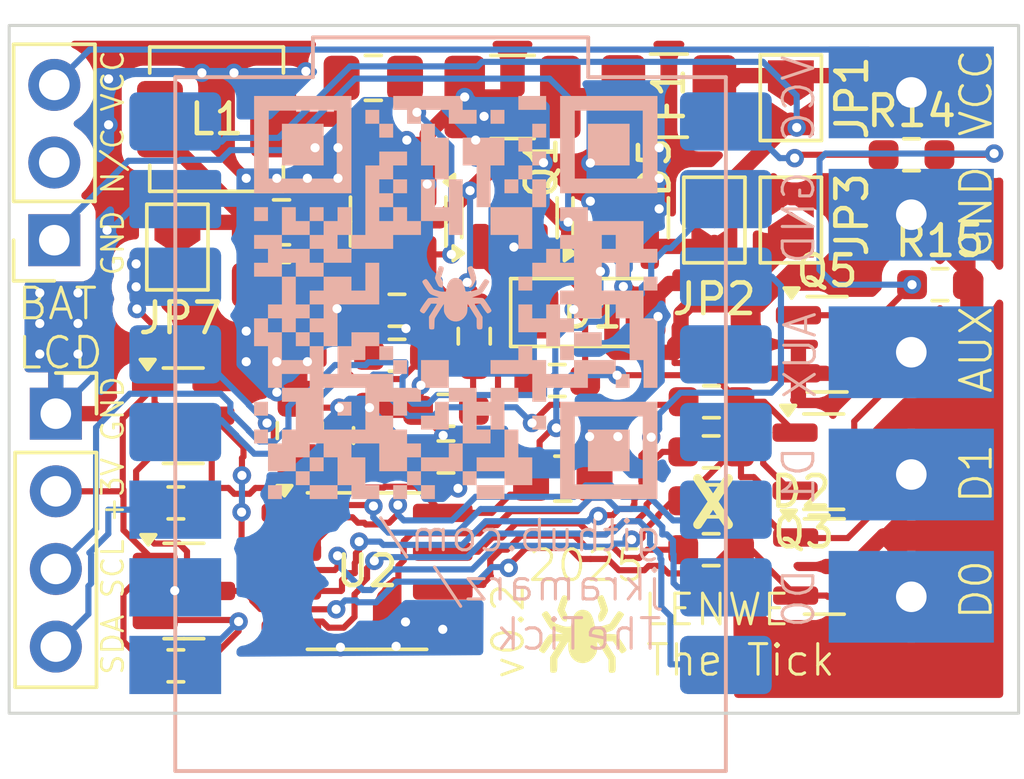
<source format=kicad_pcb>
(kicad_pcb (version 20241229) (generator "pcbnew") (generator_version "9.0")
  (title_block (title "The Tick") (date "2025-04-04") (rev "v0.2") (company "Copyright (C) 2024, 2025 Jakub \"lenwe\" Kramarz") (comment 1 "CERN Open Hardware Licence Version 2 - Strongly Reciprocal"))
  (layers (0 "F.Cu" signal) (2 "B.Cu" signal) (13 "F.Paste" user) (15 "B.Paste" user) (5 "F.SilkS" user "F.Silkscreen") (7 "B.SilkS" user "B.Silkscreen") (1 "F.Mask" user) (3 "B.Mask" user) (25 "Edge.Cuts" user))
  (net 0 "")
  (net 1 "GND")
  (net 2 "Net-(U1-CB)")
  (net 3 "Net-(U1-SW)")
  (net 4 "Net-(JP7-A)")
  (net 5 "Net-(D1-K)")
  (net 6 "D0 SENSE")
  (net 7 "D1 SENSE")
  (net 8 "V_SENSE")
  (net 9 "D0")
  (net 10 "VDC")
  (net 11 "D1")
  (net 12 "Net-(U1-VIN)")
  (net 13 "+5V")
  (net 14 "Net-(JP2-B)")
  (net 15 "+3.3V")
  (net 16 "Net-(D5-Pad1)")
  (net 17 "AUX")
  (net 18 "AUX SENSE")
  (net 19 "GNDPWR")
  (net 20 "LCD SCL")
  (net 21 "LCD SDA")
  (net 22 "RS485_RE")
  (net 23 "RS485_DE")
  (net 24 "RS485_TX")
  (net 25 "RS485_RX")
  (net 26 "Net-(U1-FB)")
  (net 27 "Net-(U1-EN)")
  (net 31 "Net-(U2-A)")
  (net 32 "Net-(U2-B)")
  (net 33 "Net-(Q5-G)")
  (net 34 "AUX PULL")
  (footprint "Capacitor_SMD:C_0805_2012Metric_Pad1.18x1.45mm_HandSolder" (layer "F.Cu") (at 147.905 93.2156 180)
    (property "Reference" "C2" (hide yes))
    (property "Value" "100n")
  )
  (footprint "Package_TO_SOT_SMD:SOT-23" (layer "F.Cu") (at 162.65 109.2)
    (property "Reference" "D2")
    (property "Value" "NUP2105L")
  )
  (footprint "Capacitor_SMD:C_0805_2012Metric_Pad1.18x1.45mm_HandSolder" (layer "F.Cu") (at 144.905 99.9906)
    (property "Reference" "C3" (hide yes))
    (property "Value" "10u")
  )
  (footprint "Capacitor_SMD:C_0805_2012Metric_Pad1.18x1.45mm_HandSolder" (layer "F.Cu") (at 145.5 104.75 90)
    (property "Reference" "C1" (hide yes))
    (property "Value" "100n")
  )
  (footprint "Capacitor_SMD:C_0805_2012Metric_Pad1.18x1.45mm_HandSolder" (layer "F.Cu") (at 144.905 97.9406)
    (property "Reference" "C4" (hide yes))
    (property "Value" "10u")
  )
  (footprint "Resistor_SMD:R_0603_1608Metric_Pad0.98x0.95mm_HandSolder" (layer "F.Cu") (at 148.6781 100.8174)
    (property "Reference" "R1" (hide yes))
    (property "Value" "22.1k")
  )
  (footprint "Jumper:SolderJumper-2_P1.3mm_Open_TrianglePad1.0x1.5mm" (layer "F.Cu") (at 161.555 97.8656 90)
    (property "Reference" "JP3")
    (property "Value" "SolderJumper_2_Open" (hide yes))
  )
  (footprint "Resistor_SMD:R_0603_1608Metric_Pad0.98x0.95mm_HandSolder" (layer "F.Cu") (at 151.205 101.6656 90)
    (property "Reference" "R2" (hide yes))
    (property "Value" "120k")
  )
  (footprint "Resistor_SMD:R_0603_1608Metric_Pad0.98x0.95mm_HandSolder" (layer "F.Cu") (at 158.95 105.45)
    (property "Reference" "R12" (hide yes))
    (property "Value" "10")
  )
  (footprint "Resistor_SMD:R_0603_1608Metric_Pad0.98x0.95mm_HandSolder" (layer "F.Cu") (at 166.43 99.98)
    (property "Reference" "R15")
    (property "Value" "100k")
  )
  (footprint "Resistor_SMD:R_0603_1608Metric_Pad0.98x0.95mm_HandSolder" (layer "F.Cu") (at 147.78 104.9156 90)
    (property "Reference" "R3" (hide yes))
    (property "Value" "1k")
  )
  (footprint "Resistor_SMD:R_0603_1608Metric_Pad0.98x0.95mm_HandSolder" (layer "F.Cu") (at 165.5 95.73)
    (property "Reference" "R14")
    (property "Value" "12k7")
  )
  (footprint "Resistor_SMD:R_0603_1608Metric_Pad0.98x0.95mm_HandSolder" (layer "F.Cu") (at 158.96 103.81 180)
    (property "Reference" "R4" (hide yes))
    (property "Value" "12k7" (hide yes))
  )
  (footprint "Package_TO_SOT_SMD:SOT-23" (layer "F.Cu") (at 155.9925 97.7906 90)
    (property "Reference" "D5")
    (property "Value" "BAT54C")
  )
  (footprint "Resistor_SMD:R_0603_1608Metric_Pad0.98x0.95mm_HandSolder" (layer "F.Cu") (at 153.9175 103.1156 180)
    (property "Reference" "R5" (hide yes))
    (property "Value" "12k7")
  )
  (footprint "Resistor_SMD:R_0603_1608Metric_Pad0.98x0.95mm_HandSolder" (layer "F.Cu") (at 141.45 107.12 180)
    (property "Reference" "R6" (hide yes))
    (property "Value" "12k7" (hide yes))
  )
  (footprint "Connector_PinSocket_2.54mm:PinSocket_1x03_P2.54mm_Vertical" (layer "F.Cu") (at 137.475 98.525 180)
    (property "Reference" "J4" (hide yes))
    (property "Value" "Conn_01x03" (hide yes))
  )
  (footprint "Package_TO_SOT_SMD:SOT-23-6" (layer "F.Cu") (at 148.7175 97.9156 -90)
    (property "Reference" "U1" (hide yes))
    (property "Value" "LMR51430YDDCR" (hide yes))
  )
  (footprint "Package_TO_SOT_SMD:SOT-23" (layer "F.Cu") (at 141.7125 110)
    (property "Reference" "Q2" (hide yes))
    (property "Value" "2N7002" (hide yes))
  )
  (footprint "Fuse:Fuse_1210_3225Metric_Pad1.42x2.65mm_HandSolder" (layer "F.Cu") (at 157.5675 93.7956 180)
    (property "Reference" "F1")
    (property "Value" "500mA")
  )
  (footprint "Jumper:SolderJumper-2_P1.3mm_Open_TrianglePad1.0x1.5mm" (layer "F.Cu") (at 159.055 97.8656 -90)
    (property "Reference" "JP2")
    (property "Value" "SolderJumper_2_Open" (hide yes))
  )
  (footprint "Resistor_SMD:R_0603_1608Metric_Pad0.98x0.95mm_HandSolder" (layer "F.Cu") (at 148.68 102.2906 180)
    (property "Reference" "R7" (hide yes))
    (property "Value" "100k")
  )
  (footprint "Resistor_SMD:R_0603_1608Metric_Pad0.98x0.95mm_HandSolder" (layer "F.Cu") (at 150.28 104.0906)
    (property "Reference" "R8" (hide yes))
    (property "Value" "22.1k")
  )
  (footprint "Resistor_SMD:R_0603_1608Metric_Pad0.98x0.95mm_HandSolder" (layer "F.Cu") (at 158.95 107.05)
    (property "Reference" "R13" (hide yes))
    (property "Value" "120")
  )
  (footprint "LOGO" (layer "F.Cu") (at 154.75 111.4)
    (property "Reference" "G***" (hide yes))
    (property "Value" "LOGO" (hide yes))
  )
  (footprint "Package_TO_SOT_SMD:SOT-23" (layer "F.Cu") (at 162.63 105.77)
    (property "Reference" "Q3")
    (property "Value" "2N7002")
  )
  (footprint "Inductor_SMD:L_Changjiang_FXL0420" (layer "F.Cu") (at 142.78 94.5656)
    (property "Reference" "L1")
    (property "Value" "2.2uH")
  )
  (footprint "Package_TO_SOT_SMD:SOT-23" (layer "F.Cu") (at 162.74 101.93)
    (property "Reference" "Q5")
    (property "Value" "2N7002")
  )
  (footprint "Resistor_SMD:R_0603_1608Metric_Pad0.98x0.95mm_HandSolder" (layer "F.Cu") (at 141.45 112.45)
    (property "Reference" "R9" (hide yes))
    (property "Value" "12k7" (hide yes))
  )
  (footprint "Capacitor_SMD:C_1210_3225Metric_Pad1.33x2.70mm_HandSolder" (layer "F.Cu") (at 152.455 93.8406 180)
    (property "Reference" "C5" (hide yes))
    (property "Value" "22u")
  )
  (footprint "Resistor_SMD:R_0603_1608Metric_Pad0.98x0.95mm_HandSolder" (layer "F.Cu") (at 150.28 105.6156 180)
    (property "Reference" "R10" (hide yes))
    (property "Value" "12k7")
  )
  (footprint "Package_TO_SOT_SMD:SOT-23" (layer "F.Cu") (at 141.69 104.2675)
    (property "Reference" "Q4" (hide yes))
    (property "Value" "2N7002" (hide yes))
  )
  (footprint "Package_SO:SOIC-8_3.9x4.9mm_P1.27mm" (layer "F.Cu") (at 147.7 109.35)
    (property "Reference" "U2")
    (property "Value" "THVD1400D")
  )
  (footprint "Connector_PinSocket_2.54mm:PinSocket_1x04_P2.54mm_Vertical" (layer "F.Cu") (at 137.525 104.2)
    (property "Reference" "J3" (hide yes))
    (property "Value" "Conn_01x04" (hide yes))
  )
  (footprint "Jumper:SolderJumper-2_P1.3mm_Open_TrianglePad1.0x1.5mm" (layer "F.Cu") (at 161.555 93.8656 -90)
    (property "Reference" "JP1")
    (property "Value" "SolderJumper_2_Open" (hide yes))
  )
  (footprint "Diode_SMD:D_MiniMELF" (layer "F.Cu") (at 155.055 100.8906)
    (property "Reference" "D1")
    (property "Value" "D_Zener")
  )
  (footprint "Resistor_SMD:R_0603_1608Metric_Pad0.98x0.95mm_HandSolder" (layer "F.Cu") (at 158.95 108.65)
    (property "Reference" "R11" (hide yes))
    (property "Value" "10")
  )
  (footprint "Jumper:SolderJumper-2_P1.3mm_Open_TrianglePad1.0x1.5mm" (layer "F.Cu") (at 141.5 98.75 -90)
    (property "Reference" "JP7")
    (property "Value" "SolderJumper_2_Open" (hide yes))
  )
  (footprint "Capacitor_SMD:C_0805_2012Metric_Pad1.18x1.45mm_HandSolder" (layer "F.Cu") (at 154.1 106.325)
    (property "Reference" "C6" (hide yes))
    (property "Value" "100n")
  )
  (footprint "Package_TO_SOT_SMD:SOT-23" (layer "F.Cu") (at 152.355 97.7906 90)
    (property "Reference" "Q1")
    (property "Value" "2N7002")
  )
  (footprint "esp32key:MODULE_ESP32-C3_SUPERMINI_SMD" (layer "B.Cu") (at 150.43 104.5406 180)
    (property "Reference" "U3" (hide yes))
    (property "Value" "ESP32-C3_SUPERMINI")
  )
  (footprint "esp32key:KYOCERA 009176002022006 PTH" (layer "B.Cu") (at 165.4925 97.6906 90)
    (property "Reference" "J2" (hide yes))
    (property "Value" "Conn_01x02" (hide yes))
  )
  (footprint "LOGO" (layer "B.Cu") (at 150.6 100.4 180)
    (property "Reference" "G***" (hide yes))
    (property "Value" "LOGO" (hide yes))
  )
  (footprint "esp32key:KYOCERA 009176003022006 PTH" (layer "B.Cu") (at 165.4925 110.1906 90)
    (property "Reference" "J1" (hide yes))
    (property "Value" "Conn_01x03" (hide yes))
  )
  (gr_rect (start 136 91.5) (end 169 114) (stroke (width 0.1)) (fill no) (layer "Edge.Cuts"))
  (gr_text "D1" (at 168.2 107.2 90) (layer "F.SilkS") (effects (font (size 1 1) (thickness 0.1)) (justify left bottom)))
  (gr_text "GND N/C VCC" (at 139.8 99.7406 90) (layer "F.SilkS") (effects (font (size 0.7 0.7) (thickness 0.0875)) (justify left bottom)))
  (gr_text "BAT\nLCD" (at 136.2 102.8 0) (layer "F.SilkS") (effects (font (size 1 1) (thickness 0.1)) (justify left bottom)))
  (gr_text "VCC" (at 168.2 95.2 90) (layer "F.SilkS") (effects (font (size 1 1) (thickness 0.1)) (justify left bottom)))
  (gr_text "D0" (at 168.2 111 90) (layer "F.SilkS") (effects (font (size 1 1) (thickness 0.1)) (justify left bottom)))
  (gr_text "The Tick" (at 156.75 112.85 0) (layer "F.SilkS") (effects (font (size 1 1) (thickness 0.1)) (justify left bottom)))
  (gr_text "SDA SCL +3V GND" (at 139.8 112.8 90) (layer "F.SilkS") (effects (font (size 0.7 0.7) (thickness 0.0875)) (justify left bottom)))
  (gr_text "GND" (at 168.2 99.2 90) (layer "F.SilkS") (effects (font (size 1 1) (thickness 0.1)) (justify left bottom)))
  (gr_text "X" (at 158.1 108.025 0) (layer "F.SilkS") (effects (font (size 1.5 1.5) (thickness 0.3) (bold yes)) (justify left bottom)))
  (gr_text "LENWE" (at 156.65 111.2 0) (layer "F.SilkS") (effects (font (size 1 1) (thickness 0.1)) (justify left bottom)))
  (gr_text "v0.2" (at 152.9 112.95 90) (layer "F.SilkS") (effects (font (size 1 1) (thickness 0.1)) (justify left bottom)))
  (gr_text "AUX" (at 168.2 103.6 90) (layer "F.SilkS") (effects (font (size 1 1) (thickness 0.1)) (justify left bottom)))
  (gr_text "2025" (at 152.9 109.75 0) (layer "F.SilkS") (effects (font (size 1 1) (thickness 0.1)) (justify left bottom)))
  (gr_text "D1" (at 162.4 105.2 90) (layer "B.SilkS") (effects (font (size 1 1) (thickness 0.1)) (justify left bottom mirror)))
  (gr_text "github.com/\njkramarz/\nTheTick" (at 157.4 112 0) (layer "B.SilkS") (effects (font (size 1 1) (thickness 0.1)) (justify left bottom mirror)))
  (gr_text "VCC" (at 162.4 92.4 90) (layer "B.SilkS") (effects (font (size 1 1) (thickness 0.1)) (justify left bottom mirror)))
  (gr_text "GND" (at 162.4 96.2 90) (layer "B.SilkS") (effects (font (size 1 1) (thickness 0.1)) (justify left bottom mirror)))
  (gr_text "D0" (at 162.4 109.2 90) (layer "B.SilkS") (effects (font (size 1 1) (thickness 0.1)) (justify left bottom mirror)))
  (gr_text "AUX" (at 162.45 100.8 90) (layer "B.SilkS") (effects (font (size 1 1) (thickness 0.1)) (justify left bottom mirror)))
  (segment (start 149.6675 95.0656) (end 150.8925 93.8406) (width 0.5) (layer "F.Cu") (net 1))
  (segment (start 149.3425 104.0906) (end 147.8675 104.0906) (width 0.2) (layer "F.Cu") (net 1))
  (segment (start 151.6339 107.849) (end 151.6339 107.846) (width 0.2) (layer "F.Cu") (net 1))
  (segment (start 154.57 107.39) (end 155.1375 106.8225) (width 0.2) (layer "F.Cu") (net 1))
  (segment (start 148.725 109.175) (end 148.899 109.001) (width 0.2) (layer "F.Cu") (net 1))
  (segment (start 149.3425 103.6631) (end 149.3425 104.0906) (width 0.2) (layer "F.Cu") (net 1))
  (segment (start 148.993657 101.414343) (end 149.5906 100.8174) (width 0.2) (layer "F.Cu") (net 1))
  (segment (start 148.971001 101.414343) (end 148.993657 101.414343) (width 0.2) (layer "F.Cu") (net 1))
  (segment (start 149.460515 103.545085) (end 149.3425 103.6631) (width 0.2) (layer "F.Cu") (net 1))
  (segment (start 145.75 96.5) (end 145.75 97.125) (width 0.5) (layer "F.Cu") (net 1))
  (segment (start 160.206 99.9396) (end 161.555 98.5906) (width 0.5) (layer "F.Cu") (net 1))
  (segment (start 152.4021 107.39) (end 154.57 107.39) (width 0.2) (layer "F.Cu") (net 1))
  (segment (start 149.159032 108.114) (end 151.3689 108.114) (width 0.2) (layer "F.Cu") (net 1))
  (segment (start 146.79 104.0031) (end 145.7906 104.0031) (width 0.2) (layer "F.Cu") (net 1))
  (segment (start 148.899 109.001) (end 148.899 108.374032) (width 0.2) (layer "F.Cu") (net 1))
  (segment (start 145.775 97.15) (end 145.775 97.7731) (width 0.5) (layer "F.Cu") (net 1))
  (segment (start 145.75 97.125) (end 145.775 97.15) (width 0.5) (layer "F.Cu") (net 1))
  (segment (start 151.3689 108.114) (end 151.6339 107.849) (width 0.2) (layer "F.Cu") (net 1))
  (segment (start 150.29 106.26) (end 150.29 105.0131) (width 0.2) (layer "F.Cu") (net 1))
  (segment (start 150.18845 104.91155) (end 149.3675 104.0906) (width 0.2) (layer "F.Cu") (net 1))
  (segment (start 148.725 110.779999) (end 148.725 109.175) (width 0.2) (layer "F.Cu") (net 1))
  (segment (start 151.6339 107.846) (end 151.9461 107.846) (width 0.2) (layer "F.Cu") (net 1))
  (segment (start 148.899 108.374032) (end 149.159032 108.114) (width 0.2) (layer "F.Cu") (net 1))
  (segment (start 150.67427 106.64427) (end 150.29 106.26) (width 0.2) (layer "F.Cu") (net 1))
  (segment (start 149.200001 111.255) (end 148.957501 111.012499) (width 0.2) (layer "F.Cu") (net 1))
  (segment (start 149.6675 96.6906) (end 149.6675 95.0656) (width 0.5) (layer "F.Cu") (net 1))
  (segment (start 151.9461 107.846) (end 152.4021 107.39) (width 0.2) (layer "F.Cu") (net 1))
  (segment (start 156.805 100.7656) (end 156.08 100.0406) (width 0.5) (layer "F.Cu") (net 1))
  (segment (start 147.78 104.0031) (end 146.79 104.0031) (width 0.2) (layer "F.Cu") (net 1))
  (segment (start 150.175 111.255) (end 149.200001 111.255) (width 0.2) (layer "F.Cu") (net 1))
  (segment (start 145.9425 97.9406) (end 145.9425 99.9406) (width 0.5) (layer "F.Cu") (net 1))
  (segment (start 157.5804 99.9396) (end 160.206 99.9396) (width 0.5) (layer "F.Cu") (net 1))
  (segment (start 146.717615 100.765715) (end 145.9425 99.9906) (width 0.2) (layer "F.Cu") (net 1))
  (segment (start 156.9144 101) (end 156.9144 100.6056) (width 0.5) (layer "F.Cu") (net 1))
  (segment (start 156.9144 100.6056) (end 157.5804 99.9396) (width 0.5) (layer "F.Cu") (net 1))
  (segment (start 149.460515 103.271115) (end 149.460515 103.545085) (width 0.2) (layer "F.Cu") (net 1))
  (segment (start 150.29 105.0131) (end 150.18845 104.91155) (width 0.2) (layer "F.Cu") (net 1))
  (segment (start 148.957501 111.012499) (end 148.725 110.779999) (width 0.2) (layer "F.Cu") (net 1))
  (segment (start 146.71862 100.765715) (end 146.717615 100.765715) (width 0.2) (layer "F.Cu") (net 1))
  (via (at 157.25 96.5) (size 0.6) (drill 0.3) (layers "F.Cu" "B.Cu") (net 1))
  (via (at 149 95.25) (size 0.6) (drill 0.3) (layers "F.Cu" "B.Cu") (net 1))
  (via (at 156.08 100.0406) (size 0.6) (drill 0.3) (layers "F.Cu" "B.Cu") (net 1))
  (via (at 152.5 98.75) (size 0.6) (drill 0.3) (layers "F.Cu" "B.Cu") (net 1))
  (via (at 155 96) (size 0.6) (drill 0.3) (layers "F.Cu" "B.Cu") (net 1))
  (via (at 139.25 93.25) (size 0.6) (drill 0.3) (layers "F.Cu" "B.Cu") (net 1))
  (via (at 146.75 95.5) (size 0.6) (drill 0.3) (layers "F.Cu" "B.Cu") (net 1))
  (via (at 146.71862 100.765715) (size 0.6) (drill 0.3) (layers "F.Cu" "B.Cu") (net 1))
  (via (at 143.75 96.5) (size 0.6) (drill 0.3) (layers "F.Cu" "B.Cu") (net 1))
  (via (at 147.78 104.0031) (size 0.6) (drill 0.3) (layers "F.Cu" "B.Cu") (net 1))
  (via (at 144.75 102.5) (size 0.6) (drill 0.3) (layers "F.Cu" "B.Cu") (net 1))
  (via (at 150.175 111.255) (size 0.6) (drill 0.3) (layers "F.Cu" "B.Cu") (net 1))
  (via (at 155.9 104.95) (size 0.6) (drill 0.3) (layers "F.Cu" "B.Cu") (net 1))
  (via (at 155 97.25) (size 0.6) (drill 0.3) (layers "F.Cu" "B.Cu") (net 1))
  (via (at 144.75 96.5) (size 0.6) (drill 0.3) (layers "F.Cu" "B.Cu") (net 1))
  (via (at 150.18845 104.91155) (size 0.6) (drill 0.3) (layers "F.Cu" "B.Cu") (net 1))
  (via (at 137 100.25) (size 0.6) (drill 0.3) (layers "F.Cu" "B.Cu") (net 1))
  (via (at 157.25 97.5) (size 0.6) (drill 0.3) (layers "F.Cu" "B.Cu") (net 1))
  (via (at 150.8925 93.8406) (size 0.6) (drill 0.3) (layers "F.Cu" "B.Cu") (net 1))
  (via (at 145.7 93) (size 0.6) (drill 0.3) (layers "F.Cu" "B.Cu") (net 1))
  (via (at 146 95.5) (size 0.6) (drill 0.3) (layers "F.Cu" "B.Cu") (net 1))
  (via (at 143.35 93.05) (size 0.6) (drill 0.3) (layers "F.Cu" "B.Cu") (net 1))
  (via (at 143.75 101.5) (size 0.6) (drill 0.3) (layers "F.Cu" "B.Cu") (net 1))
  (via (at 146.83 111.84) (size 0.6) (drill 0.3) (layers "F.Cu" "B.Cu") (net 1))
  (via (at 153.47 95.99) (size 0.6) (drill 0.3) (layers "F.Cu" "B.Cu") (net 1))
  (via (at 145.75 96.5) (size 0.6) (drill 0.3) (layers "F.Cu" "B.Cu") (net 1))
  (via (at 148.957501 111.012499) (size 0.6) (drill 0.3) (layers "F.Cu" "B.Cu") (net 1))
  (via (at 138.25 101.25) (size 0.6) (drill 0.3) (layers "F.Cu" "B.Cu") (net 1))
  (via (at 150.67427 106.64427) (size 0.6) (drill 0.3) (layers "F.Cu" "B.Cu") (net 1))
  (via (at 138.25 100.25) (size 0.6) (drill 0.3) (layers "F.Cu" "B.Cu") (net 1))
  (via (at 148.65 111.81) (size 0.6) (drill 0.3) (layers "F.Cu" "B.Cu") (net 1))
  (via (at 151.25 95.25) (size 0.6) (drill 0.3) (layers "F.Cu" "B.Cu") (net 1))
  (via (at 137 102.25) (size 0.6) (drill 0.3) (layers "F.Cu" "B.Cu") (net 1))
  (via (at 146.79 104.0031) (size 0.6) (drill 0.3) (layers "F.Cu" "B.Cu") (net 1))
  (via (at 145.75 102.5) (size 0.6) (drill 0.3) (layers "F.Cu" "B.Cu") (net 1))
  (via (at 139.25 94.75) (size 0.6) (drill 0.3) (layers "F.Cu" "B.Cu") (net 1))
  (via (at 138.25 102.25) (size 0.6) (drill 0.3) (layers "F.Cu" "B.Cu") (net 1))
  (via (at 137 101.25) (size 0.6) (drill 0.3) (layers "F.Cu" "B.Cu") (net 1))
  (via (at 148.971001 101.414343) (size 0.6) (drill 0.3) (layers "F.Cu" "B.Cu") (net 1))
  (via (at 139.2 98.2) (size 0.6) (drill 0.3) (layers "F.Cu" "B.Cu") (net 1))
  (via (at 144.75 103.5) (size 0.6) (drill 0.3) (layers "F.Cu" "B.Cu") (net 1))
  (via (at 142.3 93.05) (size 0.6) (drill 0.3) (layers "F.Cu" "B.Cu") (net 1))
  (via (at 146.75 96.5) (size 0.6) (drill 0.3) (layers "F.Cu" "B.Cu") (net 1))
  (via (at 149.460515 103.271115) (size 0.6) (drill 0.3) (layers "F.Cu" "B.Cu") (net 1))
  (via (at 143.75 102.5) (size 0.6) (drill 0.3) (layers "F.Cu" "B.Cu") (net 1))
  (via (at 154.975 104.95) (size 0.6) (drill 0.3) (layers "F.Cu" "B.Cu") (net 1))
  (via (at 149.6675 96.6906) (size 0.6) (drill 0.3) (layers "F.Cu" "B.Cu") (net 1))
  (via (at 157.213375 101.02008) (size 0.6) (drill 0.3) (layers "F.Cu" "B.Cu") (net 1))
  (via (at 151.52595 94.47405) (size 0.6) (drill 0.3) (layers "F.Cu" "B.Cu") (net 1))
  (via (at 157.25 95.5) (size 0.6) (drill 0.3) (layers "F.Cu" "B.Cu") (net 1))
  (segment (start 145.25095 97.50655) (end 145.25095 99.298045) (width 0.5) (layer "B.Cu") (net 1))
  (segment (start 137.525 104.2) (end 138.827 102.898) (width 0.2) (layer "B.Cu") (net 1))
  (segment (start 152.41647 105.7506) (end 152.3608 105.7506) (width 0.2) (layer "B.Cu") (net 1))
  (segment (start 139 98.5) (end 140.3194 97.1806) (width 0.2) (layer "B.Cu") (net 1))
  (segment (start 152.805 95.7531) (end 151.52595 94.47405) (width 0.5) (layer "B.Cu") (net 1))
  (segment (start 151.9928 105.8886) (end 151.8494 106.032) (width 0.2) (layer "B.Cu") (net 1))
  (segment (start 149.455 103.2656) (end 149.460515 103.271115) (width 0.2) (layer "B.Cu") (net 1))
  (segment (start 148.971001 101.414343) (end 149.184916 101.628258) (width 0.2) (layer "B.Cu") (net 1))
  (segment (start 145.0694 97.1806) (end 141.43 97.1806) (width 0.5) (layer "B.Cu") (net 1))
  (segment (start 148.971001 101.175154) (end 148.971001 101.414343) (width 0.2) (layer "B.Cu") (net 1))
  (segment (start 152.3608 105.7506) (end 152.2228 105.8886) (width 0.2) (layer "B.Cu") (net 1))
  (segment (start 154.455 105.47) (end 152.69707 105.47) (width 0.2) (layer "B.Cu") (net 1))
  (segment (start 151.52595 94.47405) (end 150.8925 93.8406) (width 0.5) (layer "B.Cu") (net 1))
  (segment (start 156.08 99.2156) (end 156.08 100.0406) (width 0.5) (layer "B.Cu") (net 1))
  (segment (start 146.71862 100.765715) (end 148.322373 100.765715) (width 0.2) (layer "B.Cu") (net 1))
  (segment (start 152.2228 105.8886) (end 151.9928 105.8886) (width 0.2) (layer "B.Cu") (net 1))
  (segment (start 151.4826 100.8174) (end 149.328755 100.8174) (width 0.2) (layer "B.Cu") (net 1))
  (segment (start 152.5 99.8) (end 151.4826 100.8174) (width 0.2) (layer "B.Cu") (net 1))
  (segment (start 149.455 101.955) (end 149.455 103.2656) (width 0.2) (layer "B.Cu") (net 1))
  (segment (start 154.975 104.95) (end 154.455 105.47) (width 0.2) (layer "B.Cu") (net 1))
  (segment (start 138.827 101.55784) (end 139 101.38484) (width 0.2) (layer "B.Cu") (net 1))
  (segment (start 152.5 98.75) (end 152.5 99.8) (width 0.2) (layer "B.Cu") (net 1))
  (segment (start 152.8206 98.75) (end 152.88 98.6906) (width 0.5) (layer "B.Cu") (net 1))
  (segment (start 152.5 98.75) (end 152.8206 98.75) (width 0.5) (layer "B.Cu") (net 1))
  (segment (start 145.25095 99.298045) (end 146.71862 100.765715) (width 0.5) (layer "B.Cu") (net 1))
  (segment (start 149.184916 101.628258) (end 149.184916 101.684916) (width 0.2) (layer "B.Cu") (net 1))
  (segment (start 151.28654 106.032) (end 150.67427 106.64427) (width 0.2) (layer "B.Cu") (net 1))
  (segment (start 152.88 98.6906) (end 155.555 98.6906) (width 0.5) (layer "B.Cu") (net 1))
  (segment (start 152.41647 105.7506) (end 152.69707 105.47) (width 0.2) (layer "B.Cu") (net 1))
  (segment (start 152.5 98.75) (end 152.805 98.445) (width 0.5) (layer "B.Cu") (net 1))
  (segment (start 145.75 96.5) (end 145.0694 97.1806) (width 0.5) (layer "B.Cu") (net 1))
  (segment (start 148.322373 100.765715) (end 148.971001 101.414343) (width 0.2) (layer "B.Cu") (net 1))
  (segment (start 151.28654 106.032) (end 151.8494 106.032) (width 0.2) (layer "B.Cu") (net 1))
  (segment (start 155.555 98.6906) (end 156.08 99.2156) (width 0.5) (layer "B.Cu") (net 1))
  (segment (start 145.75 97.0075) (end 145.25095 97.50655) (width 0.5) (layer "B.Cu") (net 1))
  (segment (start 149.328755 100.8174) (end 148.971001 101.175154) (width 0.2) (layer "B.Cu") (net 1))
  (segment (start 149.184916 101.684916) (end 149.455 101.955) (width 0.2) (layer "B.Cu") (net 1))
  (segment (start 152.805 98.445) (end 152.805 95.7531) (width 0.5) (layer "B.Cu") (net 1))
  (segment (start 139 101.38484) (end 139 98.5) (width 0.2) (layer "B.Cu") (net 1))
  (segment (start 145.75 96.5) (end 145.75 97.0075) (width 0.5) (layer "B.Cu") (net 1))
  (segment (start 138.827 102.898) (end 138.827 101.55784) (width 0.2) (layer "B.Cu") (net 1))
  (segment (start 148.9425 93.2156) (end 148.9425 93.9531) (width 0.2) (layer "F.Cu") (net 2))
  (segment (start 150.455 98.9906) (end 149.73 98.9906) (width 0.2) (layer "F.Cu") (net 2))
  (segment (start 148.9425 93.9531) (end 149.330919 94.341519) (width 0.2) (layer "F.Cu") (net 2))
  (via (at 149.330919 94.341519) (size 0.6) (drill 0.3) (layers "F.Cu" "B.Cu") (net 2))
  (via (at 150.455 98.9906) (size 0.6) (drill 0.3) (layers "F.Cu" "B.Cu") (net 2))
  (segment (start 149.330919 94.341519) (end 150.455 95.4656) (width 0.2) (layer "B.Cu") (net 2))
  (segment (start 150.455 95.4656) (end 150.455 98.9906) (width 0.2) (layer "B.Cu") (net 2))
  (segment (start 146.8675 93.2156) (end 146.8675 94.265601) (width 0.5) (layer "F.Cu") (net 3))
  (segment (start 148.7175 96.7781) (end 148.7175 96.115601) (width 0.5) (layer "F.Cu") (net 3))
  (segment (start 148.7175 96.115601) (end 147.167499 94.5656) (width 0.5) (layer "F.Cu") (net 3))
  (segment (start 147.167499 94.5656) (end 144.63 94.5656) (width 0.5) (layer "F.Cu") (net 3))
  (segment (start 146.8675 94.265601) (end 147.167499 94.5656) (width 0.5) (layer "F.Cu") (net 3))
  (segment (start 149.5925 102.2906) (end 148.8165 103.0666) (width 0.2) (layer "F.Cu") (net 4))
  (segment (start 146.979 102.757734) (end 146.979 101.823466) (width 0.2) (layer "F.Cu") (net 4))
  (segment (start 144.39384 100.59384) (end 144.39384 99.9906) (width 0.2) (layer "F.Cu") (net 4))
  (segment (start 146.4456 101.3) (end 145.1 101.3) (width 0.2) (layer "F.Cu") (net 4))
  (segment (start 148.8165 103.0666) (end 147.287866 103.0666) (width 0.2) (layer "F.Cu") (net 4))
  (segment (start 146.545066 101.399466) (end 146.4456 101.3) (width 0.2) (layer "F.Cu") (net 4))
  (segment (start 143.9175 99.9906) (end 143.9175 97.9906) (width 0.5) (layer "F.Cu") (net 4))
  (segment (start 146.555 101.399466) (end 146.545066 101.399466) (width 0.2) (layer "F.Cu") (net 4))
  (segment (start 147.287866 103.0666) (end 146.979 102.757734) (width 0.2) (layer "F.Cu") (net 4))
  (segment (start 143.8675 97.9406) (end 141.5844 97.9406) (width 0.5) (layer "F.Cu") (net 4))
  (segment (start 145.1 101.3) (end 144.39384 100.59384) (width 0.2) (layer "F.Cu") (net 4))
  (segment (start 146.979 101.823466) (end 146.555 101.399466) (width 0.2) (layer "F.Cu") (net 4))
  (segment (start 140.93 95.0031) (end 143.8675 97.9406) (width 0.5) (layer "F.Cu") (net 4))
  (segment (start 151.405 98.9906) (end 153.305 100.8906) (width 0.5) (layer "F.Cu") (net 5))
  (segment (start 153.305 101.4406) (end 153.005 101.7406) (width 0.2) (layer "F.Cu") (net 5))
  (segment (start 153.005 101.7406) (end 153.005 103.1156) (width 0.2) (layer "F.Cu") (net 5))
  (segment (start 143.5 111) (end 143.45 110.95) (width 0.2) (layer "F.Cu") (net 6))
  (segment (start 143.5 111.3125) (end 142.3625 112.45) (width 0.2) (layer "F.Cu") (net 6))
  (segment (start 143.45 110.95) (end 140.775 110.95) (width 0.2) (layer "F.Cu") (net 6))
  (segment (start 143.5 111) (end 143.5 111.3125) (width 0.2) (layer "F.Cu") (net 6))
  (via (at 143.5 111) (size 0.6) (drill 0.3) (layers "F.Cu" "B.Cu") (net 6))
  (segment (start 142.0794 112.4206) (end 143.5 111) (width 0.2) (layer "B.Cu") (net 6))
  (segment (start 141.4125 109.99) (end 141.6115 109.791) (width 0.2) (layer "F.Cu") (net 7))
  (segment (start 140.15 107.8579) (end 140.15 107.08) (width 0.2) (layer "F.Cu") (net 7))
  (segment (start 141.6115 109.659032) (end 141.619532 109.651) (width 0.2) (layer "F.Cu") (net 7))
  (segment (start 140.7525 105.4775) (end 140.7525 105.2175) (width 0.2) (layer "F.Cu") (net 7))
  (segment (start 141.8135 109.457032) (end 141.8135 108.709032) (width 0.2) (layer "F.Cu") (net 7))
  (segment (start 141.619532 109.651) (end 141.8135 109.457032) (width 0.2) (layer "F.Cu") (net 7))
  (segment (start 141.8135 108.709032) (end 141.553468 108.449) (width 0.2) (layer "F.Cu") (net 7))
  (segment (start 141.6115 109.791) (end 141.6115 109.659032) (width 0.2) (layer "F.Cu") (net 7))
  (segment (start 140.7411 108.449) (end 140.15 107.8579) (width 0.2) (layer "F.Cu") (net 7))
  (segment (start 140.15 107.08) (end 140.15 106.08) (width 0.2) (layer "F.Cu") (net 7))
  (segment (start 140.15 106.08) (end 140.7525 105.4775) (width 0.2) (layer "F.Cu") (net 7))
  (segment (start 141.553468 108.449) (end 140.7411 108.449) (width 0.2) (layer "F.Cu") (net 7))
  (via (at 141.4125 109.99) (size 0.6) (drill 0.3) (layers "F.Cu" "B.Cu") (net 7))
  (segment (start 144.65 104.729064) (end 144.65 105.4) (width 0.2) (layer "F.Cu") (net 8))
  (segment (start 149.317294 105.8281) (end 147.78 105.8281) (width 0.2) (layer "F.Cu") (net 8))
  (segment (start 145.5 105.7875) (end 147.7394 105.7875) (width 0.2) (layer "F.Cu") (net 8))
  (segment (start 144.65 105.4) (end 145.0375 105.7875) (width 0.2) (layer "F.Cu") (net 8))
  (segment (start 144.429151 104.508215) (end 144.65 104.729064) (width 0.2) (layer "F.Cu") (net 8))
  (via (at 144.429151 104.508215) (size 0.6) (drill 0.3) (layers "F.Cu" "B.Cu") (net 8))
  (segment (start 144.429151 104.508215) (end 143.831 103.910064) (width 0.2) (layer "B.Cu") (net 8))
  (segment (start 143.831 103.910064) (end 143.831 103.89584) (width 0.2) (layer "B.Cu") (net 8))
  (segment (start 143.831 103.89584) (end 142.19576 102.2606) (width 0.2) (layer "B.Cu") (net 8))
  (segment (start 160.7625 109.15) (end 160.2625 108.65) (width 0.2) (layer "F.Cu") (net 9))
  (segment (start 158.763134 109.18) (end 158.99 109.18) (width 0.2) (layer "F.Cu") (net 9))
  (segment (start 155.009004 108.95358) (end 155.506898 108.953579) (width 0.2) (layer "F.Cu") (net 9))
  (segment (start 154.324752 108.601523) (end 154.324752 108.601522) (width 0.2) (layer "F.Cu") (net 9))
  (segment (start 154.31623 108.593) (end 154.324752 108.601523) (width 0.2) (layer "F.Cu") (net 9))
  (segment (start 162.765 110.19) (end 162.725 110.15) (width 0.2) (layer "F.Cu") (net 9))
  (segment (start 144.816 110.586) (end 144.209032 110.586) (width 0.2) (layer "F.Cu") (net 9))
  (segment (start 152.32904 109.245851) (end 152.4444 109.130491) (width 0.2) (layer "F.Cu") (net 9))
  (segment (start 152.4444 109.049) (end 152.9004 108.593) (width 0.2) (layer "F.Cu") (net 9))
  (segment (start 154.676808 108.953579) (end 155.009004 108.95358) (width 0.2) (layer "F.Cu") (net 9))
  (segment (start 146.69 110.6) (end 144.83 110.6) (width 0.2) (layer "F.Cu") (net 9))
  (segment (start 158.517134 109.426) (end 158.763134 109.18) (width 0.2) (layer "F.Cu") (net 9))
  (segment (start 143.949 110.325968) (end 143.949 110.281) (width 0.2) (layer "F.Cu") (net 9))
  (segment (start 143.949 110.281) (end 143.668 110) (width 0.2) (layer "F.Cu") (net 9))
  (segment (start 155.934772 109.32145) (end 156.764858 109.32145) (width 0.2) (layer "F.Cu") (net 9))
  (segment (start 152.4444 109.130491) (end 152.4444 109.049) (width 0.2) (layer "F.Cu") (net 9))
  (segment (start 156.906308 109.18) (end 157.311866 109.18) (width 0.2) (layer "F.Cu") (net 9))
  (segment (start 160.7625 109.2) (end 160.7625 109.15) (width 0.2) (layer "F.Cu") (net 9))
  (segment (start 158.99 109.18) (end 159.52 108.65) (width 0.2) (layer "F.Cu") (net 9))
  (segment (start 155.506905 108.953582) (end 155.566903 108.953581) (width 0.2) (layer "F.Cu") (net 9))
  (segment (start 156.764858 109.32145) (end 156.906308 109.18) (width 0.2) (layer "F.Cu") (net 9))
  (segment (start 155.506901 108.953582) (end 155.506905 108.953582) (width 0.2) (layer "F.Cu") (net 9))
  (segment (start 160.2625 108.65) (end 159.8625 108.65) (width 0.2) (layer "F.Cu") (net 9))
  (segment (start 144.83 110.6) (end 144.816 110.586) (width 0.2) (layer "F.Cu") (net 9))
  (segment (start 157.557866 109.426) (end 158.517134 109.426) (width 0.2) (layer "F.Cu") (net 9))
  (segment (start 165.4925 110.1906) (end 165.4919 110.19) (width 0.2) (layer "F.Cu") (net 9))
  (segment (start 159.6125 108.4) (end 159.6125 107.15) (width 0.2) (layer "F.Cu") (net 9))
  (segment (start 162.725 110.15) (end 161.7125 110.15) (width 0.2) (layer "F.Cu") (net 9))
  (segment (start 143.668 110) (end 142.65 110) (width 0.2) (layer "F.Cu") (net 9))
  (segment (start 154.324752 108.601523) (end 154.676808 108.953579) (width 0.2) (layer "F.Cu") (net 9))
  (segment (start 161.7125 110.15) (end 160.7625 109.2) (width 0.2) (layer "F.Cu") (net 9))
  (segment (start 157.311866 109.18) (end 157.557866 109.426) (width 0.2) (layer "F.Cu") (net 9))
  (segment (start 165.4919 110.19) (end 162.765 110.19) (width 0.2) (layer "F.Cu") (net 9))
  (segment (start 144.209032 110.586) (end 143.949 110.325968) (width 0.2) (layer "F.Cu") (net 9))
  (segment (start 155.566903 108.953581) (end 155.934772 109.32145) (width 0.2) (layer "F.Cu") (net 9))
  (segment (start 155.506898 108.953579) (end 155.506901 108.953582) (width 0.2) (layer "F.Cu") (net 9))
  (segment (start 152.9004 108.593) (end 154.31623 108.593) (width 0.2) (layer "F.Cu") (net 9))
  (via (at 152.32904 109.245851) (size 0.6) (drill 0.3) (layers "F.Cu" "B.Cu") (net 9))
  (via (at 146.69 110.6) (size 0.6) (drill 0.3) (layers "F.Cu" "B.Cu") (net 9))
  (segment (start 148.627002 109.741515) (end 148.627001 109.741514) (width 0.2) (layer "B.Cu") (net 9))
  (segment (start 148.3921 109.976415) (end 148.392101 109.976415) (width 0.2) (layer "B.Cu") (net 9))
  (segment (start 148.392101 109.976415) (end 148.395295 109.973221) (width 0.2) (layer "B.Cu") (net 9))
  (segment (start 151.78257 109.22) (end 152.303189 109.22) (width 0.2) (layer "B.Cu") (net 9))
  (segment (start 148.630195 109.744708) (end 148.630195 109.736905) (width 0.2) (layer "B.Cu") (net 9))
  (segment (start 147.4029 110.37) (end 147.998515 110.37) (width 0.2) (layer "B.Cu") (net 9))
  (segment (start 148.353416 110.015101) (end 148.353416 110.015099) (width 0.2) (layer "B.Cu") (net 9))
  (segment (start 148.118514 110.250001) (end 148.118516 110.250001) (width 0.2) (layer "B.Cu") (net 9))
  (segment (start 148.6715 109.6956) (end 151.30697 109.6956) (width 0.2) (layer "B.Cu") (net 9))
  (segment (start 147.998515 110.37) (end 148.118514 110.250001) (width 0.2) (layer "B.Cu") (net 9))
  (segment (start 148.353416 110.015101) (end 148.353415 110.0151) (width 0.2) (layer "B.Cu") (net 9))
  (segment (start 152.303189 109.22) (end 152.32904 109.245851) (width 0.2) (layer "B.Cu") (net 9))
  (segment (start 148.630195 109.736905) (end 148.6715 109.6956) (width 0.2) (layer "B.Cu") (net 9))
  (segment (start 148.627001 109.741514) (end 148.630195 109.744708) (width 0.2) (layer "B.Cu") (net 9))
  (segment (start 148.353416 110.015099) (end 148.3921 109.976415) (width 0.2) (layer "B.Cu") (net 9))
  (segment (start 151.30697 109.6956) (end 151.78257 109.22) (width 0.2) (layer "B.Cu") (net 9))
  (segment (start 148.395295 109.973221) (end 148.395294 109.973221) (width 0.2) (layer "B.Cu") (net 9))
  (segment (start 148.118516 110.250001) (end 148.353416 110.015101) (width 0.2) (layer "B.Cu") (net 9))
  (segment (start 148.627001 109.741515) (end 148.627002 109.741515) (width 0.2) (layer "B.Cu") (net 9))
  (segment (start 147.3429 110.31) (end 147.4029 110.37) (width 0.2) (layer "B.Cu") (net 9))
  (segment (start 148.395294 109.973221) (end 148.627001 109.741515) (width 0.2) (layer "B.Cu") (net 9))
  (segment (start 146.69 110.6) (end 146.98 110.31) (width 0.2) (layer "B.Cu") (net 9))
  (segment (start 146.98 110.31) (end 147.3429 110.31) (width 0.2) (layer "B.Cu") (net 9))
  (segment (start 164.9425 93.1406) (end 161.555 93.1406) (width 0.5) (layer "F.Cu") (net 10))
  (segment (start 165.4925 93.6906) (end 164.9425 93.1406) (width 0.5) (layer "F.Cu") (net 10))
  (segment (start 161.555 93.1406) (end 159.805 93.1406) (width 0.5) (layer "F.Cu") (net 10))
  (segment (start 159.805 93.1406) (end 159.055 93.8906) (width 0.5) (layer "F.Cu") (net 10))
  (segment (start 137.475 93.445) (end 138.6304 92.2896) (width 0.2) (layer "B.Cu") (net 10))
  (segment (start 138.6304 92.2896) (end 164.0915 92.2896) (width 0.2) (layer "B.Cu") (net 10))
  (segment (start 159.925 106.274) (end 159.925 105.45) (width 0.2) (layer "F.Cu") (net 11))
  (segment (start 160.651 107.491) (end 160.651 106.582866) (width 0.2) (layer "F.Cu") (net 11))
  (segment (start 143.61 105.653085) (end 143.66 105.603085) (width 0.2) (layer "F.Cu") (net 11))
  (segment (start 146.646612 109.316) (end 144.209032 109.316) (width 0.2) (layer "F.Cu") (net 11))
  (segment (start 165.4925 106.1906) (end 163.4131 108.27) (width 0.2) (layer "F.Cu") (net 11))
  (segment (start 159.6375 105.45) (end 158.0375 107.05) (width 0.2) (layer "F.Cu") (net 11))
  (segment (start 156.703108 108.249) (end 156.703108 108.083992) (width 0.2) (layer "F.Cu") (net 11))
  (segment (start 143.597356 108.704324) (end 143.597356 107.421) (width 0.2) (layer "F.Cu") (net 11))
  (segment (start 160.342134 106.274) (end 159.925 106.274) (width 0.2) (layer "F.Cu") (net 11))
  (segment (start 157.22 107.5671) (end 157.22 107.5175) (width 0.2) (layer "F.Cu") (net 11))
  (segment (start 146.73567 108.849492) (end 146.73567 109.226942) (width 0.2) (layer "F.Cu") (net 11))
  (segment (start 161.7325 108.27) (end 161.7125 108.25) (width 0.2) (layer "F.Cu") (net 11))
  (segment (start 163.4131 108.27) (end 161.7325 108.27) (width 0.2) (layer "F.Cu") (net 11))
  (segment (start 156.632658 108.31945) (end 156.703108 108.249) (width 0.2) (layer "F.Cu") (net 11))
  (segment (start 156.349815 108.31945) (end 156.632658 108.31945) (width 0.2) (layer "F.Cu") (net 11))
  (segment (start 143.61 106.22) (end 143.61 105.653085) (width 0.2) (layer "F.Cu") (net 11))
  (segment (start 143.66 105.3) (end 142.6275 104.2675) (width 0.2) (layer "F.Cu") (net 11))
  (segment (start 144.209032 109.316) (end 143.597356 108.704324) (width 0.2) (layer "F.Cu") (net 11))
  (segment (start 161.41 108.25) (end 160.651 107.491) (width 0.2) (layer "F.Cu") (net 11))
  (segment (start 161.7125 108.25) (end 161.41 108.25) (width 0.2) (layer "F.Cu") (net 11))
  (segment (start 157.22 107.5175) (end 157.6875 107.05) (width 0.2) (layer "F.Cu") (net 11))
  (segment (start 160.651 106.582866) (end 160.342134 106.274) (width 0.2) (layer "F.Cu") (net 11))
  (segment (start 143.66 105.603085) (end 143.66 105.3) (width 0.2) (layer "F.Cu") (net 11))
  (segment (start 156.703108 108.083992) (end 157.22 107.5671) (width 0.2) (layer "F.Cu") (net 11))
  (segment (start 146.73567 109.226942) (end 146.646612 109.316) (width 0.2) (layer "F.Cu") (net 11))
  (via (at 146.73567 108.849492) (size 0.6) (drill 0.3) (layers "F.Cu" "B.Cu") (net 11))
  (via (at 143.61 106.22) (size 0.6) (drill 0.3) (layers "F.Cu" "B.Cu") (net 11))
  (via (at 156.349815 108.31945) (size 0.6) (drill 0.3) (layers "F.Cu" "B.Cu") (net 11))
  (via (at 143.597356 107.421) (size 0.6) (drill 0.3) (layers "F.Cu" "B.Cu") (net 11))
  (segment (start 147.832415 109.969) (end 148.226001 109.575415) (width 0.2) (layer "B.Cu") (net 11))
  (segment (start 151.91347 108.522) (end 151.14087 109.2946) (width 0.2) (layer "B.Cu") (net 11))
  (segment (start 148.229195 109.570805) (end 148.5054 109.2946) (width 0.2) (layer "B.Cu") (net 11))
  (segment (start 155.775573 108.45) (end 155.672994 108.552579) (width 0.2) (layer "B.Cu") (net 11))
  (segment (start 148.229195 109.570805) (end 148.229195 109.572221) (width 0.2) (layer "B.Cu") (net 11))
  (segment (start 146.73567 108.849492) (end 146.863612 108.977434) (width 0.2) (layer "B.Cu") (net 11))
  (segment (start 154.4958 108.531) (end 154.4868 108.522) (width 0.2) (layer "B.Cu") (net 11))
  (segment (start 155.672994 108.552579) (end 154.842908 108.552579) (width 0.2) (layer "B.Cu") (net 11))
  (segment (start 146.863612 109.263612) (end 147.569 109.969) (width 0.2) (layer "B.Cu") (net 11))
  (segment (start 156.223188 108.45) (end 155.775573 108.45) (width 0.2) (layer "B.Cu") (net 11))
  (segment (start 154.4868 108.522) (end 151.91347 108.522) (width 0.2) (layer "B.Cu") (net 11))
  (segment (start 156.349815 108.31945) (end 156.349815 108.323373) (width 0.2) (layer "B.Cu") (net 11))
  (segment (start 148.229195 109.572221) (end 148.226001 109.575415) (width 0.2) (layer "B.Cu") (net 11))
  (segment (start 156.349815 108.323373) (end 156.223188 108.45) (width 0.2) (layer "B.Cu") (net 11))
  (segment (start 154.821328 108.531) (end 154.4958 108.531) (width 0.2) (layer "B.Cu") (net 11))
  (segment (start 146.863612 108.977434) (end 146.863612 109.263612) (width 0.2) (layer "B.Cu") (net 11))
  (segment (start 143.61 106.22) (end 143.61 107.640057) (width 0.2) (layer "B.Cu") (net 11))
  (segment (start 147.569 109.969) (end 147.832415 109.969) (width 0.2) (layer "B.Cu") (net 11))
  (segment (start 154.842908 108.552579) (end 154.821328 108.531) (width 0.2) (layer "B.Cu") (net 11))
  (segment (start 148.226001 109.575415) (end 148.226001 109.575414) (width 0.2) (layer "B.Cu") (net 11))
  (segment (start 148.5054 109.2946) (end 151.14087 109.2946) (width 0.2) (layer "B.Cu") (net 11))
  (segment (start 147.7675 96.7781) (end 147.7675 97.440599) (width 0.5) (layer "F.Cu") (net 12))
  (segment (start 148.218501 97.8916) (end 150.078 97.8916) (width 0.5) (layer "F.Cu") (net 12))
  (segment (start 150.078 97.8916) (end 151.067 96.9026) (width 0.5) (layer "F.Cu") (net 12))
  (segment (start 151.205 100.7531) (end 151.205 100.136089) (width 0.2) (layer "F.Cu") (net 12))
  (segment (start 151.604 96.3656) (end 151.604 96.0125) (width 0.5) (layer "F.Cu") (net 12))
  (segment (start 151.205 100.7531) (end 151.981 101.5291) (width 0.2) (layer "F.Cu") (net 12))
  (segment (start 155.9925 96.8531) (end 155.9925 93.9781) (width 0.5) (layer "F.Cu") (net 12))
  (segment (start 156.08 93.7956) (end 154.0625 93.7956) (width 0.5) (layer "F.Cu") (net 12))
  (segment (start 147.7675 97.440599) (end 148.218501 97.8916) (width 0.5) (layer "F.Cu") (net 12))
  (segment (start 151.205 100.136089) (end 150.973178 99.904267) (width 0.2) (layer "F.Cu") (net 12))
  (segment (start 151.067 96.9026) (end 151.604 96.3656) (width 0.5) (layer "F.Cu") (net 12))
  (segment (start 151.981 101.5291) (end 151.981 104.8271) (width 0.2) (layer "F.Cu") (net 12))
  (segment (start 151.981 104.8271) (end 151.1925 105.6156) (width 0.2) (layer "F.Cu") (net 12))
  (segment (start 151.604 96.0125) (end 153.7759 93.8406) (width 0.5) (layer "F.Cu") (net 12))
  (via (at 151.067 96.9026) (size 0.6) (drill 0.3) (layers "F.Cu" "B.Cu") (net 12))
  (via (at 150.973178 99.904267) (size 0.6) (drill 0.3) (layers "F.Cu" "B.Cu") (net 12))
  (segment (start 151.067 99.810445) (end 151.067 96.9026) (width 0.2) (layer "B.Cu") (net 12))
  (segment (start 150.973178 99.904267) (end 151.067 99.810445) (width 0.2) (layer "B.Cu") (net 12))
  (segment (start 159.055 97.1406) (end 161.555 94.6406) (width 0.5) (layer "F.Cu") (net 13))
  (segment (start 161.75 94.835933) (end 161.75 94.7856) (width 0.2) (layer "F.Cu") (net 13))
  (segment (start 161.745933 94.84) (end 161.75 94.835933) (width 0.2) (layer "F.Cu") (net 13))
  (segment (start 161.555 94.6406) (end 161.555 94.596503) (width 0.5) (layer "F.Cu") (net 13))
  (via (at 161.745933 94.84) (size 0.6) (drill 0.3) (layers "F.Cu" "B.Cu") (net 13))
  (segment (start 160.6406 92.6906) (end 151.455543 92.6906) (width 0.2) (layer "B.Cu") (net 13))
  (segment (start 143.0649 95.17726) (end 142.94216 95.3) (width 0.2) (layer "B.Cu") (net 13))
  (segment (start 161.745933 93.795933) (end 160.6406 92.6906) (width 0.2) (layer "B.Cu") (net 13))
  (segment (start 147.1443 92.8386) (end 144.80564 95.17726) (width 0.2) (layer "B.Cu") (net 13))
  (segment (start 144.80564 95.17726) (end 143.0649 95.17726) (width 0.2) (layer "B.Cu") (net 13))
  (segment (start 151.455543 92.6906) (end 151.307543 92.8386) (width 0.2) (layer "B.Cu") (net 13))
  (segment (start 142.94216 95.3) (end 142.0894 95.3) (width 0.2) (layer "B.Cu") (net 13))
  (segment (start 161.745933 94.84) (end 161.745933 93.795933) (width 0.2) (layer "B.Cu") (net 13))
  (segment (start 151.307543 92.8386) (end 147.1443 92.8386) (width 0.2) (layer "B.Cu") (net 13))
  (segment (start 156.9425 98.7281) (end 158.923403 98.7281) (width 0.5) (layer "F.Cu") (net 14))
  (segment (start 156.9425 98.7281) (end 158.9175 98.7281) (width 0.2) (layer "F.Cu") (net 14))
  (segment (start 158.923403 98.7281) (end 159.055 98.596503) (width 0.5) (layer "F.Cu") (net 14))
  (segment (start 140.17597 100.52403) (end 140.95 99.75) (width 0.2) (layer "F.Cu") (net 15))
  (segment (start 142.6225 105.708032) (end 142.6225 107.12) (width 0.2) (layer "F.Cu") (net 15))
  (segment (start 152.375 106.85) (end 151.78 107.445) (width 0.2) (layer "F.Cu") (net 15))
  (segment (start 159.8725 103.81) (end 160.6825 103.81) (width 0.2) (layer "F.Cu") (net 15))
  (segment (start 143.170057 106.63) (end 143.361057 106.821) (width 0.2) (layer "F.Cu") (net 15))
  (segment (start 139.714 106.8875) (end 139.7365 106.91) (width 0.2) (layer "F.Cu") (net 15))
  (segment (start 139.7365 106.91) (end 139.7365 106.6885) (width 0.2) (layer "F.Cu") (net 15))
  (segment (start 144.74384 106.63) (end 144.78984 106.676) (width 0.2) (layer "F.Cu") (net 15))
  (segment (start 141.5 99.475) (end 141.375 99.35) (width 0.2) (layer "F.Cu") (net 15))
  (segment (start 142.3625 107.12) (end 142.8525 106.63) (width 0.2) (layer "F.Cu") (net 15))
  (segment (start 139.7365 110.0885) (end 140.775 109.05) (width 0.2) (layer "F.Cu") (net 15))
  (segment (start 139.714 104.356) (end 139.714 106.8875) (width 0.2) (layer "F.Cu") (net 15))
  (segment (start 139.7365 108.0115) (end 139.7365 106.91) (width 0.2) (layer "F.Cu") (net 15))
  (segment (start 159.004327 102.941827) (end 159.8725 103.81) (width 0.2) (layer "F.Cu") (net 15))
  (segment (start 151.78 107.445) (end 150.175 107.445) (width 0.2) (layer "F.Cu") (net 15))
  (segment (start 149.32 106.59) (end 150.175 107.445) (width 0.2) (layer "F.Cu") (net 15))
  (segment (start 161.6925 104.82) (end 161.052 104.82) (width 0.2) (layer "F.Cu") (net 15))
  (segment (start 140.775 109.05) (end 139.7365 108.0115) (width 0.2) (layer "F.Cu") (net 15))
  (segment (start 153.782128 104.667785) (end 153.341128 105.108785) (width 0.2) (layer "F.Cu") (net 15))
  (segment (start 153.341128 106.046372) (end 152.5375 106.85) (width 0.2) (layer "F.Cu") (net 15))
  (segment (start 140.17597 100.77597) (end 140.17597 100.07597) (width 0.2) (layer "F.Cu") (net 15))
  (segment (start 147.41 106.63) (end 147.4234 106.6166) (width 0.2) (layer "F.Cu") (net 15))
  (segment (start 140.2 100.05) (end 140.15 100.05) (width 0.2) (layer "F.Cu") (net 15))
  (segment (start 146.21016 106.676) (end 146.25616 106.63) (width 0.2) (layer "F.Cu") (net 15))
  (segment (start 153.341128 105.108785) (end 153.341128 106.046372) (width 0.2) (layer "F.Cu") (net 15))
  (segment (start 161.052 104.82) (end 161.052 104.816766) (width 0.2) (layer "F.Cu") (net 15))
  (segment (start 139.7365 111.649) (end 139.7365 110.0885) (width 0.2) (layer "F.Cu") (net 15))
  (segment (start 137.525 106.74) (end 139.685 106.74) (width 0.2) (layer "F.Cu") (net 15))
  (segment (start 140.5375 112.45) (end 139.7365 111.649) (width 0.2) (layer "F.Cu") (net 15))
  (segment (start 147.4234 106.6166) (end 148.247134 106.6166) (width 0.2) (layer "F.Cu") (net 15))
  (segment (start 155.874157 102.941827) (end 159.004327 102.941827) (width 0.2) (layer "F.Cu") (net 15))
  (segment (start 140.7525 101.3525) (end 140.17597 100.77597) (width 0.2) (layer "F.Cu") (net 15))
  (segment (start 140.17597 100.77597) (end 140.17597 100.52403) (width 0.2) (layer "F.Cu") (net 15))
  (segment (start 148.273734 106.59) (end 149.32 106.59) (width 0.2) (layer "F.Cu") (net 15))
  (segment (start 141.375 99.35) (end 140.2 99.35) (width 0.2) (layer "F.Cu") (net 15))
  (segment (start 153.886677 104.667785) (end 153.782128 104.667785) (width 0.2) (layer "F.Cu") (net 15))
  (segment (start 155.87393 102.9416) (end 155.874157 102.941827) (width 0.2) (layer "F.Cu") (net 15))
  (segment (start 144.78984 106.676) (end 146.21016 106.676) (width 0.2) (layer "F.Cu") (net 15))
  (segment (start 140.7525 103.838032) (end 142.6225 105.708032) (width 0.2) (layer "F.Cu") (net 15))
  (segment (start 148.247134 106.6166) (end 148.273734 106.59) (width 0.2) (layer "F.Cu") (net 15))
  (segment (start 140.7525 103.3175) (end 139.714 104.356) (width 0.2) (layer "F.Cu") (net 15))
  (segment (start 146.25616 106.63) (end 147.41 106.63) (width 0.2) (layer "F.Cu") (net 15))
  (segment (start 141.5 99.475) (end 140.775 99.475) (width 0.2) (layer "F.Cu") (net 15))
  (segment (start 140.7525 103.3175) (end 140.7525 103.838032) (width 0.2) (layer "F.Cu") (net 15))
  (segment (start 144.049943 106.63) (end 144.74384 106.63) (width 0.2) (layer "F.Cu") (net 15))
  (segment (start 140.775 99.475) (end 140.2 100.05) (width 0.2) (layer "F.Cu") (net 15))
  (segment (start 143.858943 106.821) (end 144.049943 106.63) (width 0.2) (layer "F.Cu") (net 15))
  (segment (start 143.361057 106.821) (end 143.858943 106.821) (width 0.2) (layer "F.Cu") (net 15))
  (segment (start 160.6825 103.81) (end 161.6925 104.82) (width 0.2) (layer "F.Cu") (net 15))
  (segment (start 140.15 99.3) (end 140.15 100.05) (width 0.2) (layer "F.Cu") (net 15))
  (segment (start 142.8525 106.63) (end 143.170057 106.63) (width 0.2) (layer "F.Cu") (net 15))
  (segment (start 152.5375 106.85) (end 152.375 106.85) (width 0.2) (layer "F.Cu") (net 15))
  (segment (start 140.7525 103.3175) (end 140.7525 101.3525) (width 0.2) (layer "F.Cu") (net 15))
  (segment (start 140.17597 100.07597) (end 140.15 100.05) (width 0.2) (layer "F.Cu") (net 15))
  (segment (start 140.2 99.35) (end 140.15 99.3) (width 0.2) (layer "F.Cu") (net 15))
  (via (at 155.87393 102.9416) (size 0.6) (drill 0.3) (layers "F.Cu" "B.Cu") (net 15))
  (via (at 140.15 99.3) (size 0.6) (drill 0.3) (layers "F.Cu" "B.Cu") (net 15))
  (via (at 153.886677 104.667785) (size 0.6) (drill 0.3) (layers "F.Cu" "B.Cu") (net 15))
  (via (at 140.17597 100.77597) (size 0.6) (drill 0.3) (layers "F.Cu" "B.Cu") (net 15))
  (via (at 140.15 100.05) (size 0.6) (drill 0.3) (layers "F.Cu" "B.Cu") (net 15))
  (segment (start 153.886677 103.43045) (end 153.886677 104.667785) (width 0.2) (layer "B.Cu") (net 15))
  (segment (start 155.873703 102.941827) (end 154.3753 102.941827) (width 0.2) (layer "B.Cu") (net 15))
  (segment (start 155.87393 102.9416) (end 155.873703 102.941827) (width 0.2) (layer "B.Cu") (net 15))
  (segment (start 154.3753 102.941827) (end 153.886677 103.43045) (width 0.2) (layer "B.Cu") (net 15))
  (segment (start 154.83 101.167859) (end 154.83 103.1156) (width 0.2) (layer "F.Cu") (net 16))
  (segment (start 155.0425 99.25904) (end 155.33 99.54654) (width 0.2) (layer "F.Cu") (net 16))
  (segment (start 154.455 100.792859) (end 154.83 101.167859) (width 0.2) (layer "F.Cu") (net 16))
  (via (at 154.455 100.792859) (size 0.6) (drill 0.3) (layers "F.Cu" "B.Cu") (net 16))
  (via (at 155.33 99.54654) (size 0.6) (drill 0.3) (layers "F.Cu" "B.Cu") (net 16))
  (segment (start 155.33 99.54654) (end 155.33 100.66) (width 0.2) (layer "B.Cu") (net 16))
  (segment (start 155.197141 100.792859) (end 154.455 100.792859) (width 0.2) (layer "B.Cu") (net 16))
  (segment (start 155.33 100.66) (end 155.197141 100.792859) (width 0.2) (layer "B.Cu") (net 16))
  (segment (start 163.6275 105.71) (end 163.6275 104.45) (width 0.2) (layer "F.Cu") (net 17))
  (segment (start 163.6775 101.93) (end 165.2319 101.93) (width 0.2) (layer "F.Cu") (net 17))
  (segment (start 165.2319 101.93) (end 165.4925 102.1906) (width 0.2) (layer "F.Cu") (net 17))
  (segment (start 165.4925 102.585) (end 165.4925 102.1906) (width 0.2) (layer "F.Cu") (net 17))
  (segment (start 163.5675 105.77) (end 163.6275 105.71) (width 0.2) (layer "F.Cu") (net 17))
  (segment (start 163.6275 104.45) (end 165.4925 102.585) (width 0.2) (layer "F.Cu") (net 17))
  (segment (start 159.4925 104.6725) (end 158.91 104.6725) (width 0.2) (layer "F.Cu") (net 18))
  (segment (start 160.651 105.831) (end 160.651 104.982866) (width 0.2) (layer "F.Cu") (net 18))
  (segment (start 158.0475 103.81) (end 157.9475 103.91) (width 0.2) (layer "F.Cu") (net 18))
  (segment (start 160.651 104.982866) (end 160.342134 104.674) (width 0.2) (layer "F.Cu") (net 18))
  (segment (start 158.91 104.6725) (end 158.0475 103.81) (width 0.2) (layer "F.Cu") (net 18))
  (segment (start 157.9475 103.91) (end 153.68997 103.91) (width 0.2) (layer "F.Cu") (net 18))
  (segment (start 161.6925 106.72) (end 161.54 106.72) (width 0.2) (layer "F.Cu") (net 18))
  (segment (start 160.342134 104.674) (end 159.494 104.674) (width 0.2) (layer "F.Cu") (net 18))
  (segment (start 159.494 104.674) (end 159.4925 104.6725) (width 0.2) (layer "F.Cu") (net 18))
  (segment (start 161.54 106.72) (end 160.651 105.831) (width 0.2) (layer "F.Cu") (net 18))
  (segment (start 153.68997 103.91) (end 153.092185 104.507785) (width 0.2) (layer "F.Cu") (net 18))
  (via (at 153.092185 104.507785) (size 0.6) (drill 0.3) (layers "F.Cu" "B.Cu") (net 18))
  (segment (start 145.248942 105.158158) (end 145.531 104.8761) (width 0.2) (layer "B.Cu") (net 18))
  (segment (start 145.677157 104.149943) (end 146.8161 103.011) (width 0.2) (layer "B.Cu") (net 18))
  (segment (start 143.427151 104.908981) (end 143.427151 104.923258) (width 0.2) (layer "B.Cu") (net 18))
  (segment (start 145.531 104.8761) (end 145.531 104.149943) (width 0.2) (layer "B.Cu") (net 18))
  (segment (start 148.458515 102.921) (end 148.458515 103.686158) (width 0.2) (layer "B.Cu") (net 18))
  (segment (start 148.458515 103.686158) (end 149.045472 104.273115) (width 0.2) (layer "B.Cu") (net 18))
  (segment (start 150.157674 103.991) (end 152.5754 103.991) (width 0.2) (layer "B.Cu") (net 18))
  (segment (start 142.92817 104.41) (end 143.427151 104.908981) (width 0.2) (layer "B.Cu") (net 18))
  (segment (start 145.531 104.149943) (end 145.677157 104.149943) (width 0.2) (layer "B.Cu") (net 18))
  (segment (start 147.9117 102.921) (end 148.458515 102.921) (width 0.2) (layer "B.Cu") (net 18))
  (segment (start 146.8161 103.011) (end 147.8217 103.011) (width 0.2) (layer "B.Cu") (net 18))
  (segment (start 141.8206 104.41) (end 142.92817 104.41) (width 0.2) (layer "B.Cu") (net 18))
  (segment (start 149.045472 104.273115) (end 149.875558 104.273115) (width 0.2) (layer "B.Cu") (net 18))
  (segment (start 147.8217 103.011) (end 147.9117 102.921) (width 0.2) (layer "B.Cu") (net 18))
  (segment (start 143.427151 104.923258) (end 144.014108 105.510215) (width 0.2) (layer "B.Cu") (net 18))
  (segment (start 152.5754 103.991) (end 153.092185 104.507785) (width 0.2) (layer "B.Cu") (net 18))
  (segment (start 149.875558 104.273115) (end 150.157674 103.991) (width 0.2) (layer "B.Cu") (net 18))
  (segment (start 145.196251 105.158158) (end 145.248942 105.158158) (width 0.2) (layer "B.Cu") (net 18))
  (segment (start 144.844194 105.510215) (end 145.196251 105.158158) (width 0.2) (layer "B.Cu") (net 18))
  (segment (start 144.014108 105.510215) (end 144.844194 105.510215) (width 0.2) (layer "B.Cu") (net 18))
  (segment (start 165.4925 97.6906) (end 164.3994 97.6906) (width 0.5) (layer "F.Cu") (net 19))
  (segment (start 160.496364 100.6406) (end 159.915636 100.6406) (width 0.5) (layer "F.Cu") (net 19))
  (segment (start 157.754 101.939892) (end 157.754 102.0576) (width 0.5) (layer "F.Cu") (net 19))
  (segment (start 162.5434 99.5466) (end 162.493884 99.5466) (width 0.5) (layer "F.Cu") (net 19))
  (segment (start 155.704 102.0771) (end 155.8185 102.1916) (width 0.5) (layer "F.Cu") (net 19))
  (segment (start 152.355 96.8531) (end 153.0216 96.8531) (width 0.5) (layer "F.Cu") (net 19))
  (segment (start 157.906 101.787892) (end 157.754 101.939892) (width 0.5) (layer "F.Cu") (net 19))
  (segment (start 159.5096 102.88) (end 159.170427 102.540827) (width 0.2) (layer "F.Cu") (net 19))
  (segment (start 167.6 108.2) (end 164.5875 108.2) (width 0.5) (layer "F.Cu") (net 19))
  (segment (start 155.704 100.9812) (end 155.704 102.0771) (width 0.5) (layer "F.Cu") (net 19))
  (segment (start 159.915636 100.6406) (end 158.2394 100.6406) (width 0.5) (layer "F.Cu") (net 19))
  (segment (start 157.906 101.38953) (end 157.906 101.787892) (width 0.5) (layer "F.Cu") (net 19))
  (segment (start 157.754 102.540827) (end 157.754 102.1916) (width 0.2) (layer "F.Cu") (net 19))
  (segment (start 165.4925 97.6906) (end 164.936597 97.134697) (width 0.5) (layer "F.Cu") (net 19))
  (segment (start 161.590364 99.5466) (end 160.907 100.229964) (width 0.5) (layer "F.Cu") (net 19))
  (segment (start 162.493884 99.5466) (end 161.590364 99.5466) (width 0.5) (layer "F.Cu") (net 19))
  (segment (start 159.170427 102.540827) (end 157.754 102.540827) (width 0.2) (layer "F.Cu") (net 19))
  (segment (start 161.8025 102.88) (end 159.5096 102.88) (width 0.2) (layer "F.Cu") (net 19))
  (segment (start 157.964375 101.331155) (end 157.906 101.38953) (width 0.5) (layer "F.Cu") (net 19))
  (segment (start 158.2394 100.6406) (end 157.964375 100.915625) (width 0.5) (layer "F.Cu") (net 19))
  (segment (start 167.6 99.7981) (end 167.6 108.2) (width 0.5) (layer "F.Cu") (net 19))
  (segment (start 160.907 100.229964) (end 160.496364 100.6406) (width 0.5) (layer "F.Cu") (net 19))
  (segment (start 154.2915 98.123) (end 154.2915 99.5687) (width 0.5) (layer "F.Cu") (net 19))
  (segment (start 157.754 102.1916) (end 155.8185 102.1916) (width 0.5) (layer "F.Cu") (net 19))
  (segment (start 164.3994 97.6906) (end 162.5434 99.5466) (width 0.5) (layer "F.Cu") (net 19))
  (segment (start 154.2915 99.5687) (end 155.704 100.9812) (width 0.5) (layer "F.Cu") (net 19))
  (segment (start 157.754 102.0576) (end 157.62 102.1916) (width 0.5) (layer "F.Cu") (net 19))
  (segment (start 164.5875 108.2) (end 163.5875 109.2) (width 0.5) (layer "F.Cu") (net 19))
  (segment (start 164.936597 97.134697) (end 161.555 97.134697) (width 0.5) (layer "F.Cu") (net 19))
  (segment (start 165.4925 97.6906) (end 167.6 99.7981) (width 0.5) (layer "F.Cu") (net 19))
  (segment (start 157.62 102.1916) (end 157.754 102.1916) (width 0.5) (layer "F.Cu") (net 19))
  (segment (start 157.964375 100.915625) (end 157.964375 101.331155) (width 0.5) (layer "F.Cu") (net 19))
  (segment (start 153.0216 96.8531) (end 154.2915 98.123) (width 0.5) (layer "F.Cu") (net 19))
  (via (at 154.273659 97.933909) (size 0.6) (drill 0.3) (layers "F.Cu" "B.Cu") (net 19))
  (segment (start 141.5729 95.9271) (end 141.6059 95.8941) (width 0.2) (layer "B.Cu") (net 19))
  (segment (start 142.91516 95.8941) (end 143.231 95.57826) (width 0.2) (layer "B.Cu") (net 19))
  (segment (start 144.97174 95.57826) (end 147.3104 93.2396) (width 0.2) (layer "B.Cu") (net 19))
  (segment (start 137.475 98.346018) (end 139.893918 95.9271) (width 0.2) (layer "B.Cu") (net 19))
  (segment (start 141.6059 95.8941) (end 142.91516 95.8941) (width 0.2) (layer "B.Cu") (net 19))
  (segment (start 154.273659 93.848659) (end 154.273659 97.933909) (width 0.2) (layer "B.Cu") (net 19))
  (segment (start 139.893918 95.9271) (end 141.5729 95.9271) (width 0.2) (layer "B.Cu") (net 19))
  (segment (start 143.231 95.57826) (end 144.97174 95.57826) (width 0.2) (layer "B.Cu") (net 19))
  (segment (start 147.3104 93.2396) (end 153.6646 93.2396) (width 0.2) (layer "B.Cu") (net 19))
  (segment (start 153.6646 93.2396) (end 154.273659 93.848659) (width 0.2) (layer "B.Cu") (net 19))
  (segment (start 145.351 103.748943) (end 145.511057 103.748943) (width 0.2) (layer "B.Cu") (net 20))
  (segment (start 145.13 103.969943) (end 145.351 103.748943) (width 0.2) (layer "B.Cu") (net 20))
  (segment (start 138.84 104.65194) (end 139.94484 103.5471) (width 0.2) (layer "B.Cu") (net 20))
  (segment (start 155.363241 101.193859) (end 155.731 100.8261) (width 0.2) (layer "B.Cu") (net 20))
  (segment (start 144.180208 105.109215) (end 144.678094 105.109215) (width 0.2) (layer "B.Cu") (net 20))
  (segment (start 157.629 98.78294) (end 159.23134 97.1806) (width 0.2) (layer "B.Cu") (net 20))
  (segment (start 145.030151 104.757158) (end 145.082842 104.757158) (width 0.2) (layer "B.Cu") (net 20))
  (segment (start 155.731 100.6416) (end 156.328943 100.6416) (width 0.2) (layer "B.Cu") (net 20))
  (segment (start 156.681 100.069027) (end 156.99 99.760027) (width 0.2) (layer "B.Cu") (net 20))
  (segment (start 143.231 103.86294) (end 143.231 104.14573) (width 0.2) (layer "B.Cu") (net 20))
  (segment (start 149.211572 103.872115) (end 149.709458 103.872115) (width 0.2) (layer "B.Cu") (net 20))
  (segment (start 149.709458 103.872115) (end 149.991573 103.59) (width 0.2) (layer "B.Cu") (net 20))
  (segment (start 153.854 101.745916) (end 154.206057 101.393859) (width 0.2) (layer "B.Cu") (net 20))
  (segment (start 145.511057 103.748943) (end 146.65 102.61) (width 0.2) (layer "B.Cu") (net 20))
  (segment (start 154.903943 101.193859) (end 155.363241 101.193859) (width 0.2) (layer "B.Cu") (net 20))
  (segment (start 143.231 104.14573) (end 143.828151 104.742881) (width 0.2) (layer "B.Cu") (net 20))
  (segment (start 148.95 102.931687) (end 148.859515 103.022172) (width 0.2) (layer "B.Cu") (net 20))
  (segment (start 148.859515 103.022172) (end 148.859515 103.520058) (width 0.2) (layer "B.Cu") (net 20))
  (segment (start 146.65 102.61) (end 147.6556 102.61) (width 0.2) (layer "B.Cu") (net 20))
  (segment (start 144.678094 105.109215) (end 145.030151 104.757158) (width 0.2) (layer "B.Cu") (net 20))
  (segment (start 143.828151 104.742881) (end 143.828151 104.757158) (width 0.2) (layer "B.Cu") (net 20))
  (segment (start 153.485677 103.26435) (end 153.854 102.896027) (width 0.2) (layer "B.Cu") (net 20))
  (segment (start 138.84 107.965) (end 138.84 104.65194) (width 0.2) (layer "B.Cu") (net 20))
  (segment (start 139.94484 103.5471) (end 142.91516 103.5471) (width 0.2) (layer "B.Cu") (net 20))
  (segment (start 142.91516 103.5471) (end 143.231 103.86294) (width 0.2) (layer "B.Cu") (net 20))
  (segment (start 156.99 99.760027) (end 156.99 99.27) (width 0.2) (layer "B.Cu") (net 20))
  (segment (start 147.6556 102.61) (end 147.7456 102.52) (width 0.2) (layer "B.Cu") (net 20))
  (segment (start 148.859515 103.520058) (end 149.211572 103.872115) (width 0.2) (layer "B.Cu") (net 20))
  (segment (start 154.206057 101.393859) (end 154.703943 101.393859) (width 0.2) (layer "B.Cu") (net 20))
  (segment (start 148.95 102.52) (end 148.95 102.931687) (width 0.2) (layer "B.Cu") (net 20))
  (segment (start 137.525 109.28) (end 138.84 107.965) (width 0.2) (layer "B.Cu") (net 20))
  (segment (start 145.082842 104.757158) (end 145.13 104.71) (width 0.2) (layer "B.Cu") (net 20))
  (segment (start 143.828151 104.757158) (end 144.180208 105.109215) (width 0.2) (layer "B.Cu") (net 20))
  (segment (start 156.99 99.27) (end 157.47706 98.78294) (width 0.2) (layer "B.Cu") (net 20))
  (segment (start 149.991573 103.59) (end 153.485677 103.59) (width 0.2) (layer "B.Cu") (net 20))
  (segment (start 156.328943 100.6416) (end 156.681 100.289543) (width 0.2) (layer "B.Cu") (net 20))
  (segment (start 147.7456 102.52) (end 148.95 102.52) (width 0.2) (layer "B.Cu") (net 20))
  (segment (start 153.854 102.896027) (end 153.854 101.68) (width 0.2) (layer "B.Cu") (net 20))
  (segment (start 156.681 100.289543) (end 156.681 100.069027) (width 0.2) (layer "B.Cu") (net 20))
  (segment (start 153.485677 103.59) (end 153.485677 103.26435) (width 0.2) (layer "B.Cu") (net 20))
  (segment (start 157.47706 98.78294) (end 157.629 98.78294) (width 0.2) (layer "B.Cu") (net 20))
  (segment (start 154.703943 101.393859) (end 154.903943 101.193859) (width 0.2) (layer "B.Cu") (net 20))
  (segment (start 155.731 100.8261) (end 155.731 100.6416) (width 0.2) (layer "B.Cu") (net 20))
  (segment (start 145.13 104.71) (end 145.13 103.969943) (width 0.2) (layer "B.Cu") (net 20))
  (segment (start 138.59 109.84276) (end 138.676 109.75676) (width 0.2) (layer "B.Cu") (net 21))
  (segment (start 138.676 109.75676) (end 138.676 108.80324) (width 0.2) (layer "B.Cu") (net 21))
  (segment (start 137.525 111.82) (end 138.59 110.755) (width 0.2) (layer "B.Cu") (net 21))
  (segment (start 138.59 110.755) (end 138.59 109.84276) (width 0.2) (layer "B.Cu") (net 21))
  (segment (start 139.241 107.3406) (end 140.9155 107.3406) (width 0.2) (layer "B.Cu") (net 21))
  (segment (start 139.241 108.1311) (end 139.241 107.3406) (width 0.2) (layer "B.Cu") (net 21))
  (segment (start 138.676 108.80324) (end 138.62243 108.74967) (width 0.2) (layer "B.Cu") (net 21))
  (segment (start 138.62243 108.74967) (end 139.241 108.1311) (width 0.2) (layer "B.Cu") (net 21))
  (segment (start 148.708207 107.483394) (end 148.423501 107.7681) (width 0.2) (layer "F.Cu") (net 22))
  (segment (start 148.214634 107.76647) (end 148.1578 107.823304) (width 0.2) (layer "F.Cu") (net 22))
  (segment (start 148.1578 107.823304) (end 147.659914 107.823304) (width 0.2) (layer "F.Cu") (net 22))
  (segment (start 147.224268 107.591) (end 146.809 107.591) (width 0.2) (layer "F.Cu") (net 22))
  (segment (start 148.423501 107.7681) (end 148.216264 107.7681) (width 0.2) (layer "F.Cu") (net 22))
  (segment (start 147.603212 107.766602) (end 147.601714 107.7681) (width 0.2) (layer "F.Cu") (net 22))
  (segment (start 148.708207 107.19) (end 148.708207 107.483394) (width 0.2) (layer "F.Cu") (net 22))
  (segment (start 147.601714 107.7681) (end 147.401368 107.7681) (width 0.2) (layer "F.Cu") (net 22))
  (segment (start 148.216264 107.7681) (end 148.214634 107.76647) (width 0.2) (layer "F.Cu") (net 22))
  (segment (start 146.809 107.591) (end 146.092401 108.307599) (width 0.2) (layer "F.Cu") (net 22))
  (segment (start 146.092401 108.307599) (end 146.092401 108.715) (width 0.2) (layer "F.Cu") (net 22))
  (segment (start 147.401368 107.7681) (end 147.224268 107.591) (width 0.2) (layer "F.Cu") (net 22))
  (segment (start 147.659914 107.823304) (end 147.603212 107.766602) (width 0.2) (layer "F.Cu") (net 22))
  (via (at 148.708207 107.19) (size 0.6) (drill 0.3) (layers "F.Cu" "B.Cu") (net 22))
  (segment (start 148.708207 107.19) (end 148.708207 107.499806) (width 0.2) (layer "B.Cu") (net 22))
  (segment (start 157.705108 107.6906) (end 159.08 107.6906) (width 0.2) (layer "B.Cu") (net 22))
  (segment (start 148.708207 107.499806) (end 148.899001 107.6906) (width 0.2) (layer "B.Cu") (net 22))
  (segment (start 154.842908 106.548579) (end 155.672994 106.548579) (width 0.2) (layer "B.Cu") (net 22))
  (segment (start 150.47647 107.6906) (end 151.24907 106.918) (width 0.2) (layer "B.Cu") (net 22))
  (segment (start 156.040865 106.91645) (end 156.930958 106.91645) (width 0.2) (layer "B.Cu") (net 22))
  (segment (start 151.24907 106.918) (end 154.473487 106.918) (width 0.2) (layer "B.Cu") (net 22))
  (segment (start 155.672994 106.548579) (end 156.040865 106.91645) (width 0.2) (layer "B.Cu") (net 22))
  (segment (start 154.473487 106.918) (end 154.842908 106.548579) (width 0.2) (layer "B.Cu") (net 22))
  (segment (start 156.930958 106.91645) (end 157.705108 107.6906) (width 0.2) (layer "B.Cu") (net 22))
  (segment (start 148.899001 107.6906) (end 150.47647 107.6906) (width 0.2) (layer "B.Cu") (net 22))
  (segment (start 146.88 109.97) (end 146.85 110) (width 0.2) (layer "F.Cu") (net 23))
  (segment (start 147.299 109.08537) (end 147.299 109.41757) (width 0.2) (layer "F.Cu") (net 23))
  (segment (start 156.439265 107.003635) (end 156.679 106.7639) (width 0.2) (layer "F.Cu") (net 23))
  (segment (start 155.257951 107.550579) (end 155.287003 107.521527) (width 0.2) (layer "F.Cu") (net 23))
  (segment (start 156.669 105.5639) (end 156.990869 105.242031) (width 0.2) (layer "F.Cu") (net 23))
  (segment (start 146.85 110) (end 145.68 110) (width 0.2) (layer "F.Cu") (net 23))
  (segment (start 155.934772 107.31745) (end 156.33545 107.31745) (width 0.2) (layer "F.Cu") (net 23))
  (segment (start 147.33567 108.765857) (end 147.442561 108.658966) (width 0.2) (layer "F.Cu") (net 23))
  (segment (start 156.418 107.1853) (end 156.439265 107.164035) (width 0.2) (layer "F.Cu") (net 23))
  (segment (start 156.418 107.2349) (end 156.418 107.1853) (width 0.2) (layer "F.Cu") (net 23))
  (segment (start 147.33567 108.765857) (end 147.33567 109.0487) (width 0.2) (layer "F.Cu") (net 23))
  (segment (start 146.88 109.649712) (end 147.112142 109.41757) (width 0.2) (layer "F.Cu") (net 23))
  (segment (start 147.442561 108.385629) (end 147.442561 108.658966) (width 0.2) (layer "F.Cu") (net 23))
  (segment (start 156.990869 105.242031) (end 156.990869 104.969349) (width 0.2) (layer "F.Cu") (net 23))
  (segment (start 147.33567 109.0487) (end 147.299 109.08537) (width 0.2) (layer "F.Cu") (net 23))
  (segment (start 156.33545 107.31745) (end 156.418 107.2349) (width 0.2) (layer "F.Cu") (net 23))
  (segment (start 147.299 109.41757) (end 147.112142 109.41757) (width 0.2) (layer "F.Cu") (net 23))
  (segment (start 155.730695 107.521527) (end 155.934772 107.31745) (width 0.2) (layer "F.Cu") (net 23))
  (segment (start 156.679 106.4242) (end 156.669 106.4142) (width 0.2) (layer "F.Cu") (net 23))
  (segment (start 155.287003 107.521527) (end 155.730695 107.521527) (width 0.2) (layer "F.Cu") (net 23))
  (segment (start 146.88 109.649712) (end 146.88 109.97) (width 0.2) (layer "F.Cu") (net 23))
  (segment (start 156.669 106.4142) (end 156.669 105.5639) (width 0.2) (layer "F.Cu") (net 23))
  (segment (start 156.679 106.7639) (end 156.679 106.4242) (width 0.2) (layer "F.Cu") (net 23))
  (segment (start 156.439265 107.164035) (end 156.439265 107.003635) (width 0.2) (layer "F.Cu") (net 23))
  (via (at 147.442561 108.385629) (size 0.6) (drill 0.3) (layers "F.Cu" "B.Cu") (net 23))
  (via (at 155.257951 107.550579) (size 0.6) (drill 0.3) (layers "F.Cu" "B.Cu") (net 23))
  (via (at 156.990869 104.969349) (size 0.6) (drill 0.3) (layers "F.Cu" "B.Cu") (net 23))
  (segment (start 147.442561 108.385629) (end 148.125175 108.385629) (width 0.2) (layer "B.Cu") (net 23))
  (segment (start 155.026265 107.609265) (end 155.199265 107.609265) (width 0.2) (layer "B.Cu") (net 23))
  (segment (start 148.232146 108.4926) (end 150.80867 108.4926) (width 0.2) (layer "B.Cu") (net 23))
  (segment (start 157.25 104.20894) (end 157.94484 103.5141) (width 0.2) (layer "B.Cu") (net 23))
  (segment (start 161.231 100.0216) (end 160.93 99.7206) (width 0.2) (layer "B.Cu") (net 23))
  (segment (start 160.93 99.7206) (end 159.43 99.7206) (width 0.2) (layer "B.Cu") (net 23))
  (segment (start 161.231 103.19826) (end 161.231 100.0216) (width 0.2) (layer "B.Cu") (net 23))
  (segment (start 151.58127 107.72) (end 154.91553 107.72) (width 0.2) (layer "B.Cu") (net 23))
  (segment (start 148.125175 108.385629) (end 148.232146 108.4926) (width 0.2) (layer "B.Cu") (net 23))
  (segment (start 150.80867 108.4926) (end 151.58127 107.72) (width 0.2) (layer "B.Cu") (net 23))
  (segment (start 157.94484 103.5141) (end 160.91516 103.5141) (width 0.2) (layer "B.Cu") (net 23))
  (segment (start 157.25 104.7) (end 157.25 104.20894) (width 0.2) (layer "B.Cu") (net 23))
  (segment (start 156.990869 104.969349) (end 157.236207 104.724011) (width 0.2) (layer "B.Cu") (net 23))
  (segment (start 157.236207 104.713793) (end 157.25 104.7) (width 0.2) (layer "B.Cu") (net 23))
  (segment (start 160.91516 103.5141) (end 161.231 103.19826) (width 0.2) (layer "B.Cu") (net 23))
  (segment (start 155.199265 107.609265) (end 155.257951 107.550579) (width 0.2) (layer "B.Cu") (net 23))
  (segment (start 154.91553 107.72) (end 155.026265 107.609265) (width 0.2) (layer "B.Cu") (net 23))
  (segment (start 157.236207 104.724011) (end 157.236207 104.713793) (width 0.2) (layer "B.Cu") (net 23))
  (segment (start 147.4651 109.81857) (end 147.4651 109.935952) (width 0.2) (layer "F.Cu") (net 24))
  (segment (start 145.599 111.001) (end 145.345 111.255) (width 0.2) (layer "F.Cu") (net 24))
  (segment (start 147.7 109.58367) (end 147.4651 109.81857) (width 0.2) (layer "F.Cu") (net 24))
  (segment (start 146.938943 111.201) (end 146.441057 111.201) (width 0.2) (layer "F.Cu") (net 24))
  (segment (start 146.241057 111.001) (end 145.599 111.001) (width 0.2) (layer "F.Cu") (net 24))
  (segment (start 147.291 110.848943) (end 146.938943 111.201) (width 0.2) (layer "F.Cu") (net 24))
  (segment (start 146.441057 111.201) (end 146.241057 111.001) (width 0.2) (layer "F.Cu") (net 24))
  (segment (start 147.7 109.25147) (end 147.93667 109.0148) (width 0.2) (layer "F.Cu") (net 24))
  (segment (start 147.7 109.25147) (end 147.7 109.58367) (width 0.2) (layer "F.Cu") (net 24))
  (segment (start 147.291 110.110052) (end 147.291 110.848943) (width 0.2) (layer "F.Cu") (net 24))
  (segment (start 147.4651 109.935952) (end 147.291 110.110052) (width 0.2) (layer "F.Cu") (net 24))
  (via (at 147.93667 109.0148) (size 0.6) (drill 0.3) (layers "F.Cu" "B.Cu") (net 24))
  (segment (start 154.987429 108.13) (end 155.009008 108.151579) (width 0.2) (layer "B.Cu") (net 24))
  (segment (start 157.29 108.94) (end 157.32 108.97) (width 0.2) (layer "B.Cu") (net 24))
  (segment (start 156.100872 107.71845) (end 156.598758 107.71845) (width 0.2) (layer "B.Cu") (net 24))
  (segment (start 157.32 108.97) (end 157.32 110.52726) (width 0.2) (layer "B.Cu") (net 24))
  (segment (start 150.97477 108.8936) (end 151.74737 108.121) (width 0.2) (layer "B.Cu") (net 24))
  (segment (start 157.32 110.52726) (end 157.62 110.82726) (width 0.2) (layer "B.Cu") (net 24))
  (segment (start 154.987422 108.13) (end 154.987429 108.13) (width 0.2) (layer "B.Cu") (net 24))
  (segment (start 155.770322 108.049) (end 156.100872 107.71845) (width 0.2) (layer "B.Cu") (net 24))
  (segment (start 154.6619 108.13) (end 154.821319 108.13) (width 0.2) (layer "B.Cu") (net 24))
  (segment (start 154.987418 108.129996) (end 154.987422 108.13) (width 0.2) (layer "B.Cu") (net 24))
  (segment (start 147.944846 109.0148) (end 148.066046 108.8936) (width 0.2) (layer "B.Cu") (net 24))
  (segment (start 157.29 108.81) (end 157.29 108.94) (width 0.2) (layer "B.Cu") (net 24))
  (segment (start 156.598758 107.71845) (end 156.950815 108.070507) (width 0.2) (layer "B.Cu") (net 24))
  (segment (start 148.066046 108.8936) (end 150.97477 108.8936) (width 0.2) (layer "B.Cu") (net 24))
  (segment (start 156.950815 108.070507) (end 156.950815 108.470815) (width 0.2) (layer "B.Cu") (net 24))
  (segment (start 154.6529 108.121) (end 154.6619 108.13) (width 0.2) (layer "B.Cu") (net 24))
  (segment (start 155.609473 108.049) (end 155.770322 108.049) (width 0.2) (layer "B.Cu") (net 24))
  (segment (start 155.506894 108.151579) (end 155.609473 108.049) (width 0.2) (layer "B.Cu") (net 24))
  (segment (start 155.009008 108.151579) (end 155.506894 108.151579) (width 0.2) (layer "B.Cu") (net 24))
  (segment (start 156.950815 108.470815) (end 157.29 108.81) (width 0.2) (layer "B.Cu") (net 24))
  (segment (start 157.62 110.82726) (end 157.62 112.4) (width 0.2) (layer "B.Cu") (net 24))
  (segment (start 147.93667 109.0148) (end 147.944846 109.0148) (width 0.2) (layer "B.Cu") (net 24))
  (segment (start 157.62 112.4) (end 159.4094 112.4) (width 0.2) (layer "B.Cu") (net 24))
  (segment (start 151.74737 108.121) (end 154.6529 108.121) (width 0.2) (layer "B.Cu") (net 24))
  (segment (start 154.821319 108.13) (end 154.987418 108.129996) (width 0.2) (layer "B.Cu") (net 24))
  (segment (start 147.684767 107.19) (end 146.494993 107.19) (width 0.2) (layer "F.Cu") (net 25))
  (segment (start 147.908989 107.414222) (end 147.684767 107.19) (width 0.2) (layer "F.Cu") (net 25))
  (segment (start 147.908989 107.222436) (end 147.908989 107.414222) (width 0.2) (layer "F.Cu") (net 25))
  (segment (start 146.494993 107.19) (end 146.239993 107.445) (width 0.2) (layer "F.Cu") (net 25))
  (segment (start 147.908857 107.222304) (end 147.908989 107.222436) (width 0.2) (layer "F.Cu") (net 25))
  (segment (start 146.239993 107.445) (end 145.945 107.445) (width 0.2) (layer "F.Cu") (net 25))
  (via (at 147.908857 107.222304) (size 0.6) (drill 0.3) (layers "F.Cu" "B.Cu") (net 25))
  (segment (start 151.41517 107.319) (end 154.639587 107.319) (width 0.2) (layer "B.Cu") (net 25))
  (segment (start 157.351815 107.904407) (end 157.351815 108.15) (width 0.2) (layer "B.Cu") (net 25))
  (segment (start 147.908857 107.222304) (end 147.908857 107.225564) (width 0.2) (layer "B.Cu") (net 25))
  (segment (start 156.764858 107.31745) (end 157.351815 107.904407) (width 0.2) (layer "B.Cu") (net 25))
  (segment (start 157.351815 108.15) (end 157.50074 108.15) (width 0.2) (layer "B.Cu") (net 25))
  (segment (start 155.858951 107.301636) (end 155.858951 107.393271) (width 0.2) (layer "B.Cu") (net 25))
  (segment (start 155.506894 106.949579) (end 155.858951 107.301636) (width 0.2) (layer "B.Cu") (net 25))
  (segment (start 157.7 108.34926) (end 157.7 108.7829) (width 0.2) (layer "B.Cu") (net 25))
  (segment (start 157.721 109.741) (end 157.8606 109.8806) (width 0.2) (layer "B.Cu") (net 25))
  (segment (start 148.4384 108.0916) (end 148.44065 108.08935) (width 0.2) (layer "B.Cu") (net 25))
  (segment (start 148.4429 108.0916) (end 150.64257 108.0916) (width 0.2) (layer "B.Cu") (net 25))
  (segment (start 147.903211 107.596565) (end 148.398246 108.0916) (width 0.2) (layer "B.Cu") (net 25))
  (segment (start 157.8606 109.8806) (end 159.43 109.8806) (width 0.2) (layer "B.Cu") (net 25))
  (segment (start 157.50074 108.15) (end 157.7 108.34926) (width 0.2) (layer "B.Cu") (net 25))
  (segment (start 155.009008 106.949579) (end 155.506894 106.949579) (width 0.2) (layer "B.Cu") (net 25))
  (segment (start 157.7 108.7829) (end 157.721 108.8039) (width 0.2) (layer "B.Cu") (net 25))
  (segment (start 147.908857 107.225564) (end 147.903211 107.23121) (width 0.2) (layer "B.Cu") (net 25))
  (segment (start 147.903211 107.23121) (end 147.903211 107.596565) (width 0.2) (layer "B.Cu") (net 25))
  (segment (start 150.64257 108.0916) (end 151.41517 107.319) (width 0.2) (layer "B.Cu") (net 25))
  (segment (start 148.44065 108.08935) (end 148.4429 108.0916) (width 0.2) (layer "B.Cu") (net 25))
  (segment (start 155.858951 107.393271) (end 155.934772 107.31745) (width 0.2) (layer "B.Cu") (net 25))
  (segment (start 155.934772 107.31745) (end 156.764858 107.31745) (width 0.2) (layer "B.Cu") (net 25))
  (segment (start 157.721 108.8039) (end 157.721 109.741) (width 0.2) (layer "B.Cu") (net 25))
  (segment (start 154.639587 107.319) (end 155.009008 106.949579) (width 0.2) (layer "B.Cu") (net 25))
  (segment (start 148.398246 108.0916) (end 148.4384 108.0916) (width 0.2) (layer "B.Cu") (net 25))
  (segment (start 147.7675 102.2906) (end 147.7675 100.8193) (width 0.5) (layer "F.Cu") (net 26))
  (segment (start 147.7675 99.0531) (end 147.7675 100.8155) (width 0.5) (layer "F.Cu") (net 26))
  (segment (start 149.043301 100.0414) (end 150.070234 100.0414) (width 0.2) (layer "F.Cu") (net 27))
  (segment (start 150.070234 100.0414) (end 150.3791 100.350266) (width 0.2) (layer "F.Cu") (net 27))
  (segment (start 148.7175 99.0531) (end 148.7175 99.715599) (width 0.2) (layer "F.Cu") (net 27))
  (segment (start 150.3791 100.350266) (end 150.3791 101.7522) (width 0.2) (layer "F.Cu") (net 27))
  (segment (start 150.3791 101.7522) (end 151.205 102.5781) (width 0.2) (layer "F.Cu") (net 27))
  (segment (start 148.7175 99.715599) (end 149.043301 100.0414) (width 0.2) (layer "F.Cu") (net 27))
  (segment (start 151.1675 104.0906) (end 151.1675 102.6156) (width 0.2) (layer "F.Cu") (net 27))
  (segment (start 154.725752 108.435421) (end 154.725752 108.435423) (width 0.2) (layer "F.Cu") (net 31))
  (segment (start 155.732999 108.552581) (end 155.732996 108.552578) (width 0.2) (layer "F.Cu") (net 31))
  (segment (start 154.842908 108.552579) (end 155.672998 108.552579) (width 0.2) (layer "F.Cu") (net 31))
  (segment (start 154.48233 108.192) (end 154.725752 108.435423) (width 0.2) (layer "F.Cu") (net 31))
  (segment (start 152.7343 108.192) (end 154.48233 108.192) (width 0.2) (layer "F.Cu") (net 31))
  (segment (start 151.5011 109.7589) (end 151.5011 109.8) (width 0.2) (layer "F.Cu") (net 31))
  (segment (start 155.733003 108.552581) (end 155.732999 108.552581) (width 0.2) (layer "F.Cu") (net 31))
  (segment (start 155.9679 108.787474) (end 155.850448 108.670026) (width 0.2) (layer "F.Cu") (net 31))
  (segment (start 152.076948 108.648) (end 151.72804 108.996908) (width 0.2) (layer "F.Cu") (net 31))
  (segment (start 156.100872 108.92045) (end 156.598758 108.92045) (width 0.2) (layer "F.Cu") (net 31))
  (segment (start 156.100872 108.92045) (end 155.9679 108.787478) (width 0.2) (layer "F.Cu") (net 31))
  (segment (start 154.842908 108.552579) (end 154.725752 108.435421) (width 0.2) (layer "F.Cu") (net 31))
  (segment (start 151.72804 108.996908) (end 151.72804 109.494794) (width 0.2) (layer "F.Cu") (net 31))
  (segment (start 158.0375 108.65) (end 156.869208 108.65) (width 0.2) (layer "F.Cu") (net 31))
  (segment (start 151.5011 109.8) (end 151 109.8) (width 0.2) (layer "F.Cu") (net 31))
  (segment (start 152.2783 108.648) (end 152.7343 108.192) (width 0.2) (layer "F.Cu") (net 31))
  (segment (start 152.2783 108.648) (end 152.076948 108.648) (width 0.2) (layer "F.Cu") (net 31))
  (segment (start 155.9679 108.787478) (end 155.9679 108.787474) (width 0.2) (layer "F.Cu") (net 31))
  (segment (start 151.746623 109.513377) (end 151.5011 109.7589) (width 0.2) (layer "F.Cu") (net 31))
  (segment (start 151.72804 109.494794) (end 151.746623 109.513377) (width 0.2) (layer "F.Cu") (net 31))
  (segment (start 156.869208 108.65) (end 156.598758 108.92045) (width 0.2) (layer "F.Cu") (net 31))
  (segment (start 155.850448 108.670026) (end 155.733003 108.552581) (width 0.2) (layer "F.Cu") (net 31))
  (segment (start 155.732996 108.552578) (end 155.672998 108.552579) (width 0.2) (layer "F.Cu") (net 31))
  (segment (start 156.840265 107.169735) (end 157.08 106.93) (width 0.2) (layer "F.Cu") (net 32))
  (segment (start 157.239812 105.570349) (end 157.360161 105.45) (width 0.2) (layer "F.Cu") (net 32))
  (segment (start 157.07 105.73) (end 157.229651 105.570349) (width 0.2) (layer "F.Cu") (net 32))
  (segment (start 156.100872 107.71845) (end 156.50155 107.71845) (width 0.2) (layer "F.Cu") (net 32))
  (segment (start 151.803 108.247) (end 152.1122 108.247) (width 0.2) (layer "F.Cu") (net 32))
  (segment (start 156.50155 107.71845) (end 156.819 107.401) (width 0.2) (layer "F.Cu") (net 32))
  (segment (start 157.08 106.2581) (end 157.07 106.2481) (width 0.2) (layer "F.Cu") (net 32))
  (segment (start 155.009008 108.151579) (end 155.506894 108.151579) (width 0.2) (layer "F.Cu") (net 32))
  (segment (start 156.819 107.3514) (end 156.840265 107.330135) (width 0.2) (layer "F.Cu") (net 32))
  (segment (start 155.735946 107.922527) (end 155.896795 107.922527) (width 0.2) (layer "F.Cu") (net 32))
  (segment (start 152.1122 108.247) (end 152.5682 107.791) (width 0.2) (layer "F.Cu") (net 32))
  (segment (start 157.360161 105.45) (end 158.0375 105.45) (width 0.2) (layer "F.Cu") (net 32))
  (segment (start 156.840265 107.330135) (end 156.840265 107.169735) (width 0.2) (layer "F.Cu") (net 32))
  (segment (start 152.5682 107.791) (end 154.656951 107.791) (width 0.2) (layer "F.Cu") (net 32))
  (segment (start 157.229651 105.570349) (end 157.239812 105.570349) (width 0.2) (layer "F.Cu") (net 32))
  (segment (start 150.175 108.715) (end 151.335 108.715) (width 0.2) (layer "F.Cu") (net 32))
  (segment (start 154.656951 107.791) (end 154.656951 107.799522) (width 0.2) (layer "F.Cu") (net 32))
  (segment (start 155.506894 108.151579) (end 155.735946 107.922527) (width 0.2) (layer "F.Cu") (net 32))
  (segment (start 151.335 108.715) (end 151.803 108.247) (width 0.2) (layer "F.Cu") (net 32))
  (segment (start 155.896795 107.922527) (end 156.100872 107.71845) (width 0.2) (layer "F.Cu") (net 32))
  (segment (start 157.08 106.93) (end 157.08 106.2581) (width 0.2) (layer "F.Cu") (net 32))
  (segment (start 157.07 106.2481) (end 157.07 105.73) (width 0.2) (layer "F.Cu") (net 32))
  (segment (start 156.819 107.401) (end 156.819 107.3514) (width 0.2) (layer "F.Cu") (net 32))
  (segment (start 154.656951 107.799522) (end 155.009008 108.151579) (width 0.2) (layer "F.Cu") (net 32))
  (segment (start 164.5175 100.98) (end 161.8025 100.98) (width 0.2) (layer "F.Cu") (net 33))
  (segment (start 168.160655 95.73) (end 168.2 95.690655) (width 0.2) (layer "F.Cu") (net 33))
  (segment (start 165.5175 99.98) (end 164.5175 100.98) (width 0.2) (layer "F.Cu") (net 33))
  (segment (start 166.4125 95.73) (end 168.160655 95.73) (width 0.2) (layer "F.Cu") (net 33))
  (via (at 168.2 95.690655) (size 0.6) (drill 0.3) (layers "F.Cu" "B.Cu") (net 33))
  (via (at 165.5175 99.98) (size 0.6) (drill 0.3) (layers "F.Cu" "B.Cu") (net 33))
  (segment (start 162.9799 99.98) (end 165.5175 99.98) (width 0.2) (layer "B.Cu") (net 33))
  (segment (start 162.4915 95.8896) (end 162.4915 99.4916) (width 0.2) (layer "B.Cu") (net 33))
  (segment (start 168.2 95.690655) (end 162.690445 95.690655) (width 0.2) (layer "B.Cu") (net 33))
  (segment (start 162.4915 99.4916) (end 162.9799 99.98) (width 0.2) (layer "B.Cu") (net 33))
  (segment (start 162.690445 95.690655) (end 162.4915 95.8896) (width 0.2) (layer "B.Cu") (net 33))
  (segment (start 161.68 95.84) (end 161.79 95.73) (width 0.2) (layer "F.Cu") (net 34))
  (segment (start 161.79 95.73) (end 164.5875 95.73) (width 0.2) (layer "F.Cu") (net 34))
  (via (at 161.68 95.84) (size 0.6) (drill 0.3) (layers "F.Cu" "B.Cu") (net 34))
  (segment (start 159.990657 94.6406) (end 161.190057 95.84) (width 0.2) (layer "B.Cu") (net 34))
  (segment (start 159.43 94.6406) (end 159.990657 94.6406) (width 0.2) (layer "B.Cu") (net 34))
  (segment (start 161.190057 95.84) (end 161.68 95.84) (width 0.2) (layer "B.Cu") (net 34))
  (zone (net 1) (net_name "GND") (layer "F.Cu") (priority 1) (connect_pads (clearance 0.5)) (min_thickness 0.25) (fill yes (mode hatch) (thermal_gap 0.5) (thermal_bridge_width 0.5) (smoothing fillet) (hatch_thickness 1) (hatch_gap 1.5) (hatch_orientation 21) (hatch_border_algorithm hatch_thickness) (hatch_min_hole_area 0.3))
    (polygon (pts (xy 136.2 112.15) (xy 151.5 112.1) (xy 151.85 110.27) (xy 161.22 110.26) (xy 161.15 91.5) (xy 136.13875 91.460523)))
  )
  (zone (net 19) (net_name "GNDPWR") (layer "F.Cu") (priority 2) (connect_pads (clearance 0.5)) (min_thickness 0.25) (fill yes (thermal_gap 0.5) (thermal_bridge_width 0.5))
    (polygon (pts (xy 169.065 91.5006) (xy 159.5 91.4) (xy 159.7 113.5) (xy 169.165 113.5006) (xy 169.165 100)))
  )
  (zone (net 1) (net_name "GND") (layer "B.Cu") (connect_pads (clearance 0.5)) (min_thickness 0.25) (fill yes (thermal_gap 0.5) (thermal_bridge_width 0.5))
    (polygon (pts (xy 136.13875 91.460523) (xy 136.2 112.15) (xy 143.55 112.15) (xy 151.5 112.1) (xy 151.51 110.28) (xy 161.14 110.25) (xy 169.17875 113.490523) (xy 169.14875 91.500523) (xy 169.11875 91.500523)))
  )
)
</source>
